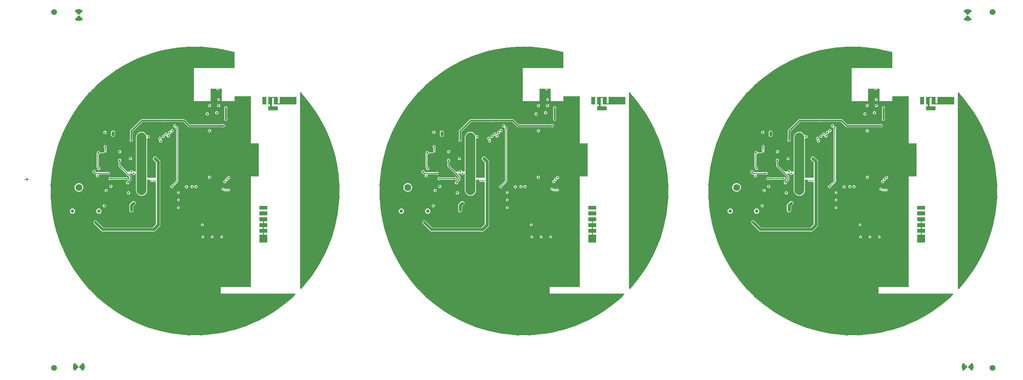
<source format=gbl>
G04*
G04 #@! TF.GenerationSoftware,Altium Limited,Altium Designer,19.1.7 (138)*
G04*
G04 Layer_Physical_Order=4*
G04 Layer_Color=16711680*
%FSLAX24Y24*%
%MOIN*%
G70*
G01*
G75*
%ADD10C,0.0070*%
%ADD65C,0.0100*%
%ADD66C,0.0080*%
%ADD67C,0.0150*%
%ADD68C,0.0250*%
%ADD71C,0.0300*%
%ADD79C,0.0591*%
%ADD80C,0.0050*%
%ADD81C,0.0701*%
%ADD82C,0.0354*%
%ADD83C,0.0197*%
%ADD84C,0.0138*%
%ADD85C,0.1000*%
%ADD86R,0.0440X0.3341*%
%ADD87R,0.0208X0.0300*%
G36*
X94389Y34101D02*
X94498Y34056D01*
X94596Y33990D01*
X94638Y33948D01*
X94214Y33524D01*
X94638Y33100D01*
X94596Y33058D01*
X94498Y32992D01*
X94389Y32947D01*
X94273Y32924D01*
X94155D01*
X94039Y32947D01*
X93930Y32992D01*
X93832Y33058D01*
X93790Y33100D01*
X93790Y33100D01*
X94214Y33524D01*
X93790Y33948D01*
X93790D01*
X93832Y33990D01*
X93930Y34056D01*
X94039Y34101D01*
X94155Y34124D01*
X94273D01*
X94389Y34101D01*
D02*
G37*
G36*
X3936D02*
X4045Y34056D01*
X4143Y33990D01*
X4185Y33948D01*
X3761Y33524D01*
X4185Y33100D01*
Y33100D01*
X4143Y33058D01*
X4045Y32992D01*
X3936Y32947D01*
X3820Y32924D01*
X3702D01*
X3586Y32947D01*
X3477Y32992D01*
X3378Y33058D01*
X3337Y33100D01*
X3761Y33524D01*
X3337Y33948D01*
X3378Y33990D01*
X3477Y34056D01*
X3586Y34101D01*
X3702Y34124D01*
X3820D01*
X3936Y34101D01*
D02*
G37*
G36*
X83149Y30316D02*
X83158Y30315D01*
X83164Y30309D01*
X83265Y30283D01*
X83273Y30284D01*
X83281Y30280D01*
X83331Y30280D01*
X83640Y30260D01*
X84261Y30200D01*
X84878Y30113D01*
X85491Y30000D01*
X86098Y29861D01*
X86548Y29738D01*
Y28119D01*
X83663Y28119D01*
X83614Y28119D01*
X83613Y28119D01*
X83565Y28114D01*
X82415D01*
Y24768D01*
X84093D01*
Y26007D01*
X84683D01*
X84695Y25992D01*
X84705Y25942D01*
X84734Y25899D01*
X84776Y25871D01*
X84826Y25861D01*
X84876Y25871D01*
X84918Y25899D01*
X84946Y25942D01*
X84956Y25992D01*
X84969Y26007D01*
X85243D01*
Y24768D01*
X86548D01*
Y25259D01*
X88210D01*
Y20456D01*
X88998D01*
Y17074D01*
X88210D01*
Y5860D01*
X88210Y5835D01*
Y5810D01*
X86911Y5810D01*
Y5810D01*
X85148D01*
Y5154D01*
X88160Y5154D01*
X88210Y5154D01*
X88260Y5154D01*
X92697D01*
X92697Y5154D01*
X92706Y5111D01*
X92730Y5075D01*
X92732Y5061D01*
X92717Y5046D01*
X92695Y4991D01*
X92676Y4972D01*
X92674Y4972D01*
X92619Y4949D01*
X92577Y4907D01*
X92555Y4852D01*
X92555Y4793D01*
X92547Y4776D01*
X92482Y4758D01*
X92476Y4753D01*
X92467Y4752D01*
X92378Y4700D01*
X92373Y4693D01*
X92365Y4690D01*
X92330Y4655D01*
X92097Y4451D01*
X91615Y4055D01*
X91117Y3680D01*
X90604Y3326D01*
X90077Y2994D01*
X89535Y2685D01*
X88981Y2400D01*
X88416Y2138D01*
X87840Y1900D01*
X87254Y1687D01*
X86660Y1499D01*
X86059Y1336D01*
X85451Y1199D01*
X84837Y1088D01*
X84220Y1003D01*
X83599Y944D01*
X83295Y925D01*
X83292Y926D01*
X83289Y925D01*
X83285Y926D01*
X83285Y926D01*
X83285Y926D01*
X83236Y921D01*
X83229Y917D01*
X83221Y917D01*
X83129Y883D01*
X83123Y877D01*
X83114Y876D01*
X83100Y866D01*
X83068Y874D01*
X83023Y913D01*
X82967Y932D01*
X82908Y928D01*
X82855Y902D01*
X82826Y900D01*
X82813Y912D01*
X82758Y932D01*
X82698Y929D01*
X82645Y904D01*
X82612Y902D01*
X82603Y910D01*
X82548Y931D01*
X82489Y930D01*
X82435Y905D01*
X82435Y905D01*
X82385Y904D01*
X82379Y909D01*
X82324Y931D01*
X82265Y930D01*
X82211Y907D01*
X82184Y907D01*
X82183Y908D01*
X82128Y931D01*
X82068Y930D01*
X82014Y908D01*
X81972Y865D01*
X81955Y859D01*
X81896Y893D01*
X81887Y894D01*
X81881Y899D01*
X81781Y926D01*
X81772Y925D01*
X81764Y928D01*
X81715D01*
X81406Y948D01*
X80785Y1009D01*
X80168Y1096D01*
X79555Y1209D01*
X78948Y1347D01*
X78347Y1512D01*
X77753Y1701D01*
X77168Y1916D01*
X76592Y2155D01*
X76028Y2419D01*
X75474Y2706D01*
X74934Y3016D01*
X74407Y3349D01*
X73895Y3704D01*
X73398Y4080D01*
X72918Y4477D01*
X72684Y4684D01*
X72683Y4684D01*
X72682Y4686D01*
X72644Y4717D01*
X72636Y4719D01*
X72630Y4725D01*
X72541Y4766D01*
X72533Y4766D01*
X72526Y4771D01*
X72509Y4774D01*
X72492Y4803D01*
X72488Y4862D01*
X72462Y4915D01*
X72418Y4955D01*
X72361Y4974D01*
X72340Y4993D01*
X72339Y5010D01*
X72314Y5063D01*
X72270Y5103D01*
X72214Y5123D01*
X72190Y5145D01*
X72190Y5157D01*
X72165Y5211D01*
X72122Y5252D01*
X72067Y5273D01*
X72066Y5273D01*
X72030Y5307D01*
X72030Y5315D01*
X72007Y5369D01*
X71964Y5410D01*
X71909Y5432D01*
X71891Y5451D01*
X71891Y5453D01*
X71868Y5508D01*
X71825Y5550D01*
X71771Y5572D01*
X71711Y5572D01*
X71694Y5580D01*
X71677Y5645D01*
X71671Y5652D01*
X71670Y5660D01*
X71619Y5749D01*
X71612Y5755D01*
X71609Y5762D01*
X71574Y5797D01*
X71369Y6030D01*
X70973Y6512D01*
X70598Y7010D01*
X70245Y7523D01*
X69913Y8051D01*
X69604Y8592D01*
X69318Y9146D01*
X69057Y9711D01*
X68819Y10287D01*
X68606Y10873D01*
X68418Y11467D01*
X68255Y12069D01*
X68118Y12677D01*
X68007Y13290D01*
X67922Y13907D01*
X67863Y14528D01*
X67844Y14832D01*
X67845Y14835D01*
X67843Y14839D01*
X67844Y14842D01*
X67839Y14892D01*
X67835Y14899D01*
X67835Y14907D01*
X67800Y15001D01*
X67795Y15007D01*
X67793Y15016D01*
X67785Y15027D01*
X67793Y15059D01*
X67832Y15104D01*
X67852Y15160D01*
X67848Y15219D01*
X67821Y15273D01*
X67820Y15301D01*
X67831Y15314D01*
X67851Y15370D01*
X67848Y15429D01*
X67823Y15483D01*
X67822Y15515D01*
X67830Y15524D01*
X67851Y15579D01*
X67849Y15638D01*
X67825Y15692D01*
X67824Y15693D01*
X67823Y15743D01*
X67828Y15748D01*
X67850Y15803D01*
X67849Y15862D01*
X67826Y15917D01*
X67826Y15943D01*
X67828Y15945D01*
X67850Y16000D01*
X67850Y16059D01*
X67827Y16114D01*
X67785Y16155D01*
X67779Y16173D01*
X67812Y16231D01*
X67813Y16240D01*
X67818Y16247D01*
X67845Y16346D01*
X67844Y16355D01*
X67847Y16363D01*
Y16412D01*
X67867Y16721D01*
X67928Y17342D01*
X68014Y17959D01*
X68127Y18572D01*
X68266Y19180D01*
X68430Y19781D01*
X68620Y20374D01*
X68834Y20959D01*
X69074Y21535D01*
X69337Y22100D01*
X69624Y22653D01*
X69935Y23193D01*
X70268Y23720D01*
X70622Y24232D01*
X70999Y24729D01*
X71396Y25209D01*
X71602Y25443D01*
X71603Y25444D01*
X71604Y25445D01*
X71604Y25445D01*
X71604Y25445D01*
X71635Y25484D01*
X71638Y25492D01*
X71644Y25497D01*
X71685Y25586D01*
X71685Y25595D01*
X71690Y25601D01*
X71693Y25618D01*
X71722Y25635D01*
X71781Y25639D01*
X71834Y25665D01*
X71873Y25710D01*
X71892Y25766D01*
X71912Y25787D01*
X71928Y25788D01*
X71982Y25813D01*
X72022Y25857D01*
X72042Y25913D01*
X72064Y25937D01*
X72076Y25937D01*
X72130Y25962D01*
X72170Y26005D01*
X72191Y26060D01*
X72191Y26061D01*
X72226Y26097D01*
X72233Y26097D01*
X72288Y26120D01*
X72329Y26163D01*
X72351Y26218D01*
X72369Y26237D01*
X72372Y26237D01*
X72427Y26260D01*
X72468Y26302D01*
X72491Y26357D01*
X72491Y26416D01*
X72499Y26433D01*
X72563Y26450D01*
X72570Y26456D01*
X72579Y26457D01*
X72668Y26509D01*
X72673Y26515D01*
X72681Y26519D01*
X72718Y26555D01*
X72718Y26555D01*
X72718Y26556D01*
X72720Y26558D01*
X72721Y26558D01*
X72721Y26558D01*
X72948Y26758D01*
X73430Y27154D01*
X73927Y27529D01*
X74441Y27883D01*
X74968Y28214D01*
X75509Y28523D01*
X76063Y28809D01*
X76629Y29071D01*
X77205Y29308D01*
X77790Y29521D01*
X78385Y29709D01*
X78986Y29872D01*
X79594Y30009D01*
X80207Y30120D01*
X80825Y30206D01*
X81445Y30264D01*
X81755Y30284D01*
X81759Y30283D01*
X81759Y30283D01*
X81759Y30283D01*
X81808Y30288D01*
X81816Y30292D01*
X81824Y30291D01*
X81916Y30325D01*
X81922Y30331D01*
X81931Y30332D01*
X81945Y30342D01*
X81978Y30334D01*
X82023Y30295D01*
X82079Y30276D01*
X82138Y30280D01*
X82191Y30306D01*
X82220Y30307D01*
X82233Y30296D01*
X82288Y30276D01*
X82348Y30279D01*
X82401Y30304D01*
X82434Y30305D01*
X82442Y30297D01*
X82498Y30276D01*
X82557Y30278D01*
X82611Y30303D01*
X82611Y30303D01*
X82661Y30304D01*
X82666Y30299D01*
X82721Y30277D01*
X82781Y30278D01*
X82835Y30301D01*
X82862Y30301D01*
X82863Y30300D01*
X82918Y30277D01*
X82977Y30277D01*
X83032Y30300D01*
X83074Y30342D01*
X83092Y30349D01*
X83149Y30316D01*
D02*
G37*
G36*
X49684D02*
X49693Y30315D01*
X49700Y30309D01*
X49800Y30283D01*
X49809Y30284D01*
X49816Y30280D01*
X49866Y30280D01*
X50175Y30260D01*
X50796Y30200D01*
X51413Y30113D01*
X52026Y30000D01*
X52634Y29861D01*
X53084Y29738D01*
Y28119D01*
X50198Y28119D01*
X50149Y28119D01*
X50148Y28119D01*
X50100Y28114D01*
X48950D01*
Y24768D01*
X50628D01*
Y26007D01*
X51218D01*
X51231Y25992D01*
X51241Y25942D01*
X51269Y25899D01*
X51311Y25871D01*
X51361Y25861D01*
X51411Y25871D01*
X51454Y25899D01*
X51482Y25942D01*
X51492Y25992D01*
X51504Y26007D01*
X51778D01*
Y24768D01*
X53084D01*
Y25259D01*
X54746D01*
Y20456D01*
X55533D01*
Y17074D01*
X54746D01*
Y5860D01*
X54746Y5835D01*
Y5810D01*
X53447Y5810D01*
Y5810D01*
X51684D01*
Y5154D01*
X54696Y5154D01*
X54746Y5154D01*
X54796Y5154D01*
X59233D01*
X59233Y5154D01*
X59241Y5111D01*
X59265Y5075D01*
X59267Y5061D01*
X59252Y5046D01*
X59230Y4991D01*
X59212Y4972D01*
X59209Y4972D01*
X59155Y4949D01*
X59113Y4907D01*
X59090Y4852D01*
X59091Y4793D01*
X59082Y4776D01*
X59018Y4758D01*
X59011Y4753D01*
X59003Y4752D01*
X58913Y4700D01*
X58908Y4693D01*
X58900Y4690D01*
X58865Y4655D01*
X58632Y4451D01*
X58151Y4055D01*
X57653Y3680D01*
X57140Y3326D01*
X56612Y2994D01*
X56071Y2685D01*
X55517Y2400D01*
X54951Y2138D01*
X54375Y1900D01*
X53790Y1687D01*
X53196Y1499D01*
X52594Y1336D01*
X51986Y1199D01*
X51373Y1088D01*
X50756Y1003D01*
X50135Y944D01*
X49830Y925D01*
X49827Y926D01*
X49824Y925D01*
X49821Y926D01*
X49821Y926D01*
X49821Y926D01*
X49772Y921D01*
X49765Y917D01*
X49756Y917D01*
X49664Y883D01*
X49658Y877D01*
X49650Y876D01*
X49635Y866D01*
X49603Y874D01*
X49559Y913D01*
X49502Y932D01*
X49443Y928D01*
X49390Y902D01*
X49361Y900D01*
X49349Y912D01*
X49293Y932D01*
X49234Y929D01*
X49180Y904D01*
X49147Y902D01*
X49139Y910D01*
X49083Y931D01*
X49024Y930D01*
X48970Y905D01*
X48970Y905D01*
X48920Y904D01*
X48915Y909D01*
X48860Y931D01*
X48800Y930D01*
X48746Y907D01*
X48720Y907D01*
X48718Y908D01*
X48663Y931D01*
X48604Y930D01*
X48549Y908D01*
X48507Y865D01*
X48490Y859D01*
X48431Y893D01*
X48423Y894D01*
X48416Y899D01*
X48316Y926D01*
X48308Y925D01*
X48300Y928D01*
X48250D01*
X47941Y948D01*
X47321Y1009D01*
X46704Y1096D01*
X46091Y1209D01*
X45483Y1347D01*
X44882Y1512D01*
X44288Y1701D01*
X43703Y1916D01*
X43128Y2155D01*
X42563Y2419D01*
X42010Y2706D01*
X41469Y3016D01*
X40943Y3349D01*
X40430Y3704D01*
X39934Y4080D01*
X39453Y4477D01*
X39219Y4684D01*
X39218Y4684D01*
X39217Y4686D01*
X39179Y4717D01*
X39171Y4719D01*
X39166Y4725D01*
X39076Y4766D01*
X39068Y4766D01*
X39061Y4771D01*
X39045Y4774D01*
X39028Y4803D01*
X39024Y4862D01*
X38998Y4915D01*
X38953Y4955D01*
X38897Y4974D01*
X38875Y4993D01*
X38874Y5010D01*
X38849Y5063D01*
X38805Y5103D01*
X38749Y5123D01*
X38725Y5145D01*
X38725Y5157D01*
X38701Y5211D01*
X38658Y5252D01*
X38602Y5273D01*
X38602Y5273D01*
X38566Y5307D01*
X38566Y5315D01*
X38542Y5369D01*
X38500Y5410D01*
X38445Y5432D01*
X38426Y5451D01*
X38426Y5453D01*
X38403Y5508D01*
X38361Y5550D01*
X38306Y5572D01*
X38247Y5572D01*
X38230Y5580D01*
X38212Y5645D01*
X38207Y5652D01*
X38206Y5660D01*
X38154Y5749D01*
X38147Y5755D01*
X38144Y5762D01*
X38109Y5797D01*
X37905Y6030D01*
X37509Y6512D01*
X37134Y7010D01*
X36780Y7523D01*
X36448Y8051D01*
X36140Y8592D01*
X35854Y9146D01*
X35592Y9711D01*
X35354Y10287D01*
X35141Y10873D01*
X34953Y11467D01*
X34790Y12069D01*
X34653Y12677D01*
X34542Y13290D01*
X34457Y13907D01*
X34398Y14528D01*
X34379Y14832D01*
X34380Y14835D01*
X34379Y14839D01*
X34380Y14842D01*
X34375Y14892D01*
X34371Y14899D01*
X34371Y14907D01*
X34336Y15001D01*
X34330Y15007D01*
X34328Y15016D01*
X34320Y15027D01*
X34329Y15059D01*
X34368Y15104D01*
X34387Y15160D01*
X34383Y15219D01*
X34357Y15273D01*
X34355Y15301D01*
X34367Y15314D01*
X34387Y15370D01*
X34384Y15429D01*
X34358Y15483D01*
X34357Y15515D01*
X34365Y15524D01*
X34386Y15579D01*
X34384Y15638D01*
X34360Y15692D01*
X34360Y15693D01*
X34359Y15743D01*
X34364Y15748D01*
X34386Y15803D01*
X34385Y15862D01*
X34362Y15917D01*
X34361Y15943D01*
X34363Y15945D01*
X34385Y16000D01*
X34385Y16059D01*
X34362Y16114D01*
X34320Y16155D01*
X34314Y16173D01*
X34347Y16231D01*
X34348Y16240D01*
X34354Y16247D01*
X34380Y16346D01*
X34379Y16355D01*
X34382Y16363D01*
Y16412D01*
X34403Y16721D01*
X34463Y17342D01*
X34550Y17959D01*
X34663Y18572D01*
X34801Y19180D01*
X34966Y19781D01*
X35155Y20374D01*
X35370Y20959D01*
X35609Y21535D01*
X35873Y22100D01*
X36160Y22653D01*
X36470Y23193D01*
X36803Y23720D01*
X37158Y24232D01*
X37534Y24729D01*
X37932Y25209D01*
X38138Y25443D01*
X38138Y25444D01*
X38140Y25445D01*
X38140Y25445D01*
X38140Y25445D01*
X38171Y25484D01*
X38173Y25492D01*
X38179Y25497D01*
X38220Y25586D01*
X38220Y25595D01*
X38225Y25601D01*
X38228Y25618D01*
X38257Y25635D01*
X38316Y25639D01*
X38370Y25665D01*
X38409Y25710D01*
X38428Y25766D01*
X38447Y25787D01*
X38464Y25788D01*
X38517Y25813D01*
X38557Y25857D01*
X38577Y25913D01*
X38600Y25937D01*
X38611Y25937D01*
X38665Y25962D01*
X38706Y26005D01*
X38727Y26060D01*
X38727Y26061D01*
X38761Y26097D01*
X38769Y26097D01*
X38823Y26120D01*
X38864Y26163D01*
X38886Y26218D01*
X38905Y26237D01*
X38907Y26237D01*
X38962Y26260D01*
X39004Y26302D01*
X39026Y26357D01*
X39026Y26416D01*
X39034Y26433D01*
X39099Y26450D01*
X39106Y26456D01*
X39114Y26457D01*
X39203Y26509D01*
X39209Y26515D01*
X39217Y26519D01*
X39253Y26555D01*
X39253Y26555D01*
X39253Y26556D01*
X39256Y26558D01*
X39256Y26558D01*
X39256Y26558D01*
X39483Y26758D01*
X39965Y27154D01*
X40463Y27529D01*
X40976Y27883D01*
X41504Y28214D01*
X42045Y28523D01*
X42599Y28809D01*
X43164Y29071D01*
X43740Y29308D01*
X44326Y29521D01*
X44920Y29709D01*
X45522Y29872D01*
X46130Y30009D01*
X46743Y30120D01*
X47360Y30206D01*
X47981Y30264D01*
X48291Y30284D01*
X48295Y30283D01*
X48295Y30283D01*
X48295Y30283D01*
X48344Y30288D01*
X48351Y30292D01*
X48359Y30291D01*
X48452Y30325D01*
X48458Y30331D01*
X48466Y30332D01*
X48481Y30342D01*
X48514Y30334D01*
X48558Y30295D01*
X48614Y30276D01*
X48673Y30280D01*
X48727Y30306D01*
X48755Y30307D01*
X48768Y30296D01*
X48824Y30276D01*
X48883Y30279D01*
X48937Y30304D01*
X48969Y30305D01*
X48978Y30297D01*
X49033Y30276D01*
X49093Y30278D01*
X49147Y30303D01*
X49147Y30303D01*
X49197Y30304D01*
X49202Y30299D01*
X49257Y30277D01*
X49316Y30278D01*
X49371Y30301D01*
X49397Y30301D01*
X49399Y30300D01*
X49454Y30277D01*
X49513Y30277D01*
X49568Y30300D01*
X49609Y30342D01*
X49627Y30349D01*
X49684Y30316D01*
D02*
G37*
G36*
X16220D02*
X16228Y30315D01*
X16235Y30309D01*
X16335Y30283D01*
X16344Y30284D01*
X16352Y30280D01*
X16402Y30280D01*
X16711Y30260D01*
X17331Y30200D01*
X17949Y30113D01*
X18561Y30000D01*
X19169Y29861D01*
X19619Y29738D01*
Y28119D01*
X16734Y28119D01*
X16685Y28119D01*
X16684Y28119D01*
X16636Y28114D01*
X15485D01*
Y24768D01*
X17164D01*
Y26007D01*
X17754D01*
X17766Y25992D01*
X17776Y25942D01*
X17805Y25899D01*
X17847Y25871D01*
X17897Y25861D01*
X17947Y25871D01*
X17989Y25899D01*
X18017Y25942D01*
X18027Y25992D01*
X18040Y26007D01*
X18314D01*
Y24768D01*
X19619D01*
Y25259D01*
X21281D01*
Y20456D01*
X22069D01*
Y17074D01*
X21281D01*
Y5860D01*
X21281Y5835D01*
Y5810D01*
X19982Y5810D01*
Y5810D01*
X18219D01*
Y5154D01*
X21231Y5154D01*
X21281Y5154D01*
X21331Y5154D01*
X25768D01*
X25768Y5154D01*
X25777Y5111D01*
X25801Y5075D01*
X25802Y5061D01*
X25788Y5046D01*
X25766Y4991D01*
X25747Y4972D01*
X25745Y4972D01*
X25690Y4949D01*
X25648Y4907D01*
X25626Y4852D01*
X25626Y4793D01*
X25618Y4776D01*
X25553Y4758D01*
X25547Y4753D01*
X25538Y4752D01*
X25449Y4700D01*
X25444Y4693D01*
X25436Y4690D01*
X25401Y4655D01*
X25168Y4451D01*
X24686Y4055D01*
X24188Y3680D01*
X23675Y3326D01*
X23147Y2994D01*
X22606Y2685D01*
X22052Y2400D01*
X21487Y2138D01*
X20911Y1900D01*
X20325Y1687D01*
X19731Y1499D01*
X19129Y1336D01*
X18522Y1199D01*
X17908Y1088D01*
X17291Y1003D01*
X16670Y944D01*
X16366Y925D01*
X16363Y926D01*
X16359Y925D01*
X16356Y926D01*
X16356Y926D01*
X16356Y926D01*
X16307Y921D01*
X16300Y917D01*
X16292Y917D01*
X16199Y883D01*
X16193Y877D01*
X16185Y876D01*
X16171Y866D01*
X16139Y874D01*
X16094Y913D01*
X16038Y932D01*
X15979Y928D01*
X15926Y902D01*
X15897Y900D01*
X15884Y912D01*
X15828Y932D01*
X15769Y929D01*
X15716Y904D01*
X15683Y902D01*
X15674Y910D01*
X15619Y931D01*
X15560Y930D01*
X15506Y905D01*
X15505Y905D01*
X15455Y904D01*
X15450Y909D01*
X15395Y931D01*
X15336Y930D01*
X15281Y907D01*
X15255Y907D01*
X15253Y908D01*
X15199Y931D01*
X15139Y930D01*
X15085Y908D01*
X15043Y865D01*
X15025Y859D01*
X14967Y893D01*
X14958Y894D01*
X14951Y899D01*
X14852Y926D01*
X14843Y925D01*
X14835Y928D01*
X14786D01*
X14477Y948D01*
X13856Y1009D01*
X13239Y1096D01*
X12626Y1209D01*
X12019Y1347D01*
X11417Y1512D01*
X10824Y1701D01*
X10239Y1916D01*
X9663Y2155D01*
X9098Y2419D01*
X8545Y2706D01*
X8005Y3016D01*
X7478Y3349D01*
X6966Y3704D01*
X6469Y4080D01*
X5989Y4477D01*
X5755Y4684D01*
X5753Y4684D01*
X5753Y4686D01*
X5714Y4717D01*
X5707Y4719D01*
X5701Y4725D01*
X5612Y4766D01*
X5603Y4766D01*
X5597Y4771D01*
X5580Y4774D01*
X5563Y4803D01*
X5559Y4862D01*
X5533Y4915D01*
X5488Y4955D01*
X5432Y4974D01*
X5411Y4993D01*
X5410Y5010D01*
X5385Y5063D01*
X5341Y5103D01*
X5285Y5123D01*
X5261Y5145D01*
X5261Y5157D01*
X5236Y5211D01*
X5193Y5252D01*
X5138Y5273D01*
X5137Y5273D01*
X5101Y5307D01*
X5101Y5315D01*
X5078Y5369D01*
X5035Y5410D01*
X4980Y5432D01*
X4961Y5451D01*
X4961Y5453D01*
X4938Y5508D01*
X4896Y5550D01*
X4841Y5572D01*
X4782Y5572D01*
X4765Y5580D01*
X4748Y5645D01*
X4742Y5652D01*
X4741Y5660D01*
X4690Y5749D01*
X4683Y5755D01*
X4679Y5762D01*
X4644Y5797D01*
X4440Y6030D01*
X4044Y6512D01*
X3669Y7010D01*
X3315Y7523D01*
X2984Y8051D01*
X2675Y8592D01*
X2389Y9146D01*
X2127Y9711D01*
X1890Y10287D01*
X1677Y10873D01*
X1489Y11467D01*
X1326Y12069D01*
X1189Y12677D01*
X1078Y13290D01*
X992Y13907D01*
X934Y14528D01*
X914Y14832D01*
X916Y14835D01*
X914Y14839D01*
X915Y14842D01*
X910Y14892D01*
X906Y14899D01*
X906Y14907D01*
X871Y15001D01*
X866Y15007D01*
X864Y15016D01*
X856Y15027D01*
X864Y15059D01*
X903Y15104D01*
X922Y15160D01*
X919Y15219D01*
X892Y15273D01*
X891Y15301D01*
X902Y15314D01*
X922Y15370D01*
X919Y15429D01*
X894Y15483D01*
X893Y15515D01*
X901Y15524D01*
X922Y15579D01*
X920Y15638D01*
X895Y15692D01*
X895Y15693D01*
X894Y15743D01*
X899Y15748D01*
X921Y15803D01*
X920Y15862D01*
X897Y15917D01*
X897Y15943D01*
X898Y15945D01*
X921Y16000D01*
X921Y16059D01*
X898Y16114D01*
X856Y16155D01*
X849Y16173D01*
X883Y16231D01*
X884Y16240D01*
X889Y16247D01*
X916Y16346D01*
X914Y16355D01*
X918Y16363D01*
Y16412D01*
X938Y16721D01*
X998Y17342D01*
X1085Y17959D01*
X1198Y18572D01*
X1337Y19180D01*
X1501Y19781D01*
X1691Y20374D01*
X1905Y20959D01*
X2145Y21535D01*
X2408Y22100D01*
X2695Y22653D01*
X3005Y23193D01*
X3338Y23720D01*
X3693Y24232D01*
X4070Y24729D01*
X4467Y25209D01*
X4673Y25443D01*
X4674Y25444D01*
X4675Y25445D01*
X4675Y25445D01*
X4675Y25445D01*
X4706Y25484D01*
X4708Y25492D01*
X4714Y25497D01*
X4756Y25586D01*
X4756Y25595D01*
X4760Y25601D01*
X4763Y25618D01*
X4793Y25635D01*
X4852Y25639D01*
X4905Y25665D01*
X4944Y25710D01*
X4963Y25766D01*
X4982Y25787D01*
X4999Y25788D01*
X5053Y25813D01*
X5093Y25857D01*
X5113Y25913D01*
X5135Y25937D01*
X5147Y25937D01*
X5201Y25962D01*
X5241Y26005D01*
X5262Y26060D01*
X5262Y26061D01*
X5297Y26097D01*
X5304Y26097D01*
X5359Y26120D01*
X5400Y26163D01*
X5422Y26218D01*
X5440Y26237D01*
X5443Y26237D01*
X5497Y26260D01*
X5539Y26302D01*
X5562Y26357D01*
X5561Y26416D01*
X5570Y26433D01*
X5634Y26450D01*
X5641Y26456D01*
X5650Y26457D01*
X5739Y26509D01*
X5744Y26515D01*
X5752Y26519D01*
X5788Y26555D01*
X5788Y26555D01*
X5789Y26556D01*
X5791Y26558D01*
X5792Y26558D01*
X5792Y26558D01*
X6019Y26758D01*
X6500Y27154D01*
X6998Y27529D01*
X7511Y27883D01*
X8039Y28214D01*
X8580Y28523D01*
X9134Y28809D01*
X9700Y29071D01*
X10276Y29308D01*
X10861Y29521D01*
X11455Y29709D01*
X12057Y29872D01*
X12665Y30009D01*
X13278Y30120D01*
X13896Y30206D01*
X14516Y30264D01*
X14826Y30284D01*
X14830Y30283D01*
X14830Y30283D01*
X14830Y30283D01*
X14879Y30288D01*
X14886Y30292D01*
X14895Y30291D01*
X14987Y30325D01*
X14993Y30331D01*
X15001Y30332D01*
X15016Y30342D01*
X15049Y30334D01*
X15094Y30295D01*
X15150Y30276D01*
X15209Y30280D01*
X15262Y30306D01*
X15291Y30307D01*
X15303Y30296D01*
X15359Y30276D01*
X15418Y30279D01*
X15472Y30304D01*
X15505Y30305D01*
X15513Y30297D01*
X15569Y30276D01*
X15628Y30278D01*
X15682Y30303D01*
X15682Y30303D01*
X15732Y30304D01*
X15737Y30299D01*
X15792Y30277D01*
X15852Y30278D01*
X15906Y30301D01*
X15932Y30301D01*
X15934Y30300D01*
X15989Y30277D01*
X16048Y30277D01*
X16103Y30300D01*
X16145Y30342D01*
X16163Y30349D01*
X16220Y30316D01*
D02*
G37*
G36*
X92836Y24413D02*
X90553D01*
Y25080D01*
X90356D01*
Y24413D01*
X89962D01*
Y25200D01*
X90947D01*
Y24531D01*
X91143D01*
Y25200D01*
X92836D01*
Y24413D01*
D02*
G37*
G36*
X59372D02*
X57088D01*
Y25080D01*
X56891D01*
Y24413D01*
X56498D01*
Y25200D01*
X57482D01*
Y24531D01*
X57679D01*
Y25200D01*
X59372D01*
Y24413D01*
D02*
G37*
G36*
X25907D02*
X23624D01*
Y25080D01*
X23427D01*
Y24413D01*
X23033D01*
Y25200D01*
X24017D01*
Y24531D01*
X24214D01*
Y25200D01*
X25907D01*
Y24413D01*
D02*
G37*
G36*
X89765D02*
X89372D01*
Y25200D01*
X89765D01*
Y24413D01*
D02*
G37*
G36*
X56301D02*
X55907D01*
Y25200D01*
X56301D01*
Y24413D01*
D02*
G37*
G36*
X22836D02*
X22443D01*
Y25200D01*
X22836D01*
Y24413D01*
D02*
G37*
G36*
X90947Y23822D02*
X89962D01*
Y24216D01*
X90947D01*
Y23822D01*
D02*
G37*
G36*
X57482D02*
X56498D01*
Y24216D01*
X57482D01*
Y23822D01*
D02*
G37*
G36*
X24017D02*
X23033D01*
Y24216D01*
X24017D01*
Y23822D01*
D02*
G37*
G36*
X89884Y13704D02*
X89076D01*
Y14098D01*
X89884D01*
Y13704D01*
D02*
G37*
G36*
X56419D02*
X55612D01*
Y14098D01*
X56419D01*
Y13704D01*
D02*
G37*
G36*
X22954D02*
X22147D01*
Y14098D01*
X22954D01*
Y13704D01*
D02*
G37*
G36*
X89884Y13113D02*
X89076D01*
Y13507D01*
X89884D01*
Y13113D01*
D02*
G37*
G36*
X56419D02*
X55612D01*
Y13507D01*
X56419D01*
Y13113D01*
D02*
G37*
G36*
X22954D02*
X22147D01*
Y13507D01*
X22954D01*
Y13113D01*
D02*
G37*
G36*
X89884Y12523D02*
X89549D01*
Y12326D01*
X89884D01*
Y11932D01*
X89549D01*
Y11735D01*
X89884D01*
Y11342D01*
X89549D01*
Y11145D01*
X89884D01*
Y10357D01*
X89076D01*
Y11145D01*
X89431D01*
Y11342D01*
X89076D01*
Y11735D01*
X89431D01*
Y11932D01*
X89076D01*
Y12326D01*
X89431D01*
Y12523D01*
X89076D01*
Y12916D01*
X89884D01*
Y12523D01*
D02*
G37*
G36*
X56419D02*
X56084D01*
Y12326D01*
X56419D01*
Y11932D01*
X56084D01*
Y11735D01*
X56419D01*
Y11342D01*
X56084D01*
Y11145D01*
X56419D01*
Y10357D01*
X55612D01*
Y11145D01*
X55966D01*
Y11342D01*
X55612D01*
Y11735D01*
X55966D01*
Y11932D01*
X55612D01*
Y12326D01*
X55966D01*
Y12523D01*
X55612D01*
Y12916D01*
X56419D01*
Y12523D01*
D02*
G37*
G36*
X22954D02*
X22620D01*
Y12326D01*
X22954D01*
Y11932D01*
X22620D01*
Y11735D01*
X22954D01*
Y11342D01*
X22620D01*
Y11145D01*
X22954D01*
Y10357D01*
X22147D01*
Y11145D01*
X22502D01*
Y11342D01*
X22147D01*
Y11735D01*
X22502D01*
Y11932D01*
X22147D01*
Y12326D01*
X22502D01*
Y12523D01*
X22147D01*
Y12916D01*
X22954D01*
Y12523D01*
D02*
G37*
G36*
X93275Y25636D02*
X93335Y25637D01*
X93352Y25628D01*
X93369Y25565D01*
X93374Y25558D01*
X93375Y25549D01*
X93427Y25459D01*
X93434Y25454D01*
X93437Y25446D01*
X93472Y25411D01*
X93677Y25178D01*
X94073Y24696D01*
X94448Y24199D01*
X94801Y23686D01*
X95133Y23158D01*
X95442Y22617D01*
X95727Y22063D01*
X95989Y21497D01*
X96227Y20921D01*
X96440Y20336D01*
X96628Y19741D01*
X96791Y19140D01*
X96928Y18532D01*
X97039Y17919D01*
X97124Y17301D01*
X97183Y16681D01*
X97203Y16371D01*
X97201Y16367D01*
X97201Y16367D01*
X97201Y16367D01*
X97207Y16318D01*
X97211Y16310D01*
X97210Y16302D01*
X97244Y16210D01*
X97250Y16204D01*
X97251Y16196D01*
X97261Y16182D01*
X97252Y16149D01*
X97213Y16105D01*
X97194Y16048D01*
X97198Y15989D01*
X97224Y15936D01*
X97226Y15907D01*
X97215Y15895D01*
X97195Y15839D01*
X97198Y15780D01*
X97223Y15726D01*
X97224Y15693D01*
X97216Y15685D01*
X97195Y15629D01*
X97197Y15570D01*
X97221Y15516D01*
X97221Y15516D01*
X97223Y15466D01*
X97218Y15461D01*
X97196Y15406D01*
X97196Y15346D01*
X97220Y15292D01*
X97220Y15266D01*
X97218Y15264D01*
X97196Y15209D01*
X97196Y15150D01*
X97219Y15095D01*
X97261Y15053D01*
X97267Y15035D01*
X97234Y14978D01*
X97233Y14970D01*
X97228Y14963D01*
X97201Y14863D01*
X97202Y14854D01*
X97199Y14846D01*
Y14796D01*
X97179Y14487D01*
X97118Y13867D01*
X97031Y13249D01*
X96919Y12637D01*
X96780Y12029D01*
X96616Y11428D01*
X96426Y10834D01*
X96211Y10249D01*
X95972Y9674D01*
X95709Y9109D01*
X95422Y8556D01*
X95111Y8015D01*
X94778Y7489D01*
X94423Y6976D01*
X94047Y6480D01*
X93650Y5999D01*
X93443Y5765D01*
X93443Y5764D01*
X93442Y5763D01*
X93411Y5725D01*
X93408Y5717D01*
X93402Y5711D01*
X93362Y5625D01*
X93348Y5621D01*
X93316Y5617D01*
X93309Y5619D01*
X93295Y5640D01*
X93259Y5664D01*
X93217Y5673D01*
Y25606D01*
X93267Y25640D01*
X93275Y25636D01*
D02*
G37*
G36*
X59811D02*
X59870Y25637D01*
X59887Y25628D01*
X59904Y25565D01*
X59909Y25558D01*
X59911Y25549D01*
X59962Y25459D01*
X59969Y25454D01*
X59973Y25446D01*
X60008Y25411D01*
X60212Y25178D01*
X60608Y24696D01*
X60983Y24199D01*
X61337Y23686D01*
X61668Y23158D01*
X61977Y22617D01*
X62263Y22063D01*
X62525Y21497D01*
X62762Y20921D01*
X62976Y20336D01*
X63164Y19741D01*
X63326Y19140D01*
X63463Y18532D01*
X63575Y17919D01*
X63660Y17301D01*
X63719Y16681D01*
X63738Y16371D01*
X63737Y16367D01*
X63737Y16367D01*
X63737Y16367D01*
X63742Y16318D01*
X63746Y16310D01*
X63746Y16302D01*
X63780Y16210D01*
X63785Y16204D01*
X63787Y16196D01*
X63796Y16182D01*
X63788Y16149D01*
X63749Y16105D01*
X63730Y16048D01*
X63734Y15989D01*
X63760Y15936D01*
X63761Y15907D01*
X63750Y15895D01*
X63730Y15839D01*
X63733Y15780D01*
X63758Y15726D01*
X63760Y15693D01*
X63752Y15685D01*
X63731Y15629D01*
X63732Y15570D01*
X63757Y15516D01*
X63757Y15516D01*
X63758Y15466D01*
X63753Y15461D01*
X63731Y15406D01*
X63732Y15346D01*
X63755Y15292D01*
X63755Y15266D01*
X63754Y15264D01*
X63731Y15209D01*
X63731Y15150D01*
X63754Y15095D01*
X63797Y15053D01*
X63803Y15035D01*
X63770Y14978D01*
X63769Y14970D01*
X63763Y14963D01*
X63737Y14863D01*
X63738Y14854D01*
X63734Y14846D01*
Y14796D01*
X63714Y14487D01*
X63654Y13867D01*
X63567Y13249D01*
X63454Y12637D01*
X63315Y12029D01*
X63151Y11428D01*
X62961Y10834D01*
X62747Y10249D01*
X62508Y9674D01*
X62244Y9109D01*
X61957Y8556D01*
X61647Y8015D01*
X61314Y7489D01*
X60959Y6976D01*
X60582Y6480D01*
X60185Y5999D01*
X59979Y5765D01*
X59978Y5764D01*
X59977Y5763D01*
X59946Y5725D01*
X59944Y5717D01*
X59938Y5711D01*
X59898Y5625D01*
X59884Y5621D01*
X59852Y5617D01*
X59845Y5619D01*
X59831Y5640D01*
X59795Y5664D01*
X59752Y5673D01*
Y25606D01*
X59802Y25640D01*
X59811Y25636D01*
D02*
G37*
G36*
X26346D02*
X26405Y25637D01*
X26423Y25628D01*
X26440Y25565D01*
X26445Y25558D01*
X26446Y25549D01*
X26498Y25459D01*
X26505Y25454D01*
X26508Y25446D01*
X26543Y25411D01*
X26747Y25178D01*
X27143Y24696D01*
X27519Y24199D01*
X27872Y23686D01*
X28204Y23158D01*
X28513Y22617D01*
X28798Y22063D01*
X29060Y21497D01*
X29298Y20921D01*
X29511Y20336D01*
X29699Y19741D01*
X29862Y19140D01*
X29999Y18532D01*
X30110Y17919D01*
X30195Y17301D01*
X30254Y16681D01*
X30274Y16371D01*
X30272Y16367D01*
X30272Y16367D01*
X30272Y16367D01*
X30277Y16318D01*
X30281Y16310D01*
X30281Y16302D01*
X30315Y16210D01*
X30321Y16204D01*
X30322Y16196D01*
X30332Y16182D01*
X30323Y16149D01*
X30284Y16105D01*
X30265Y16048D01*
X30269Y15989D01*
X30295Y15936D01*
X30297Y15907D01*
X30286Y15895D01*
X30266Y15839D01*
X30268Y15780D01*
X30294Y15726D01*
X30295Y15693D01*
X30287Y15685D01*
X30266Y15629D01*
X30268Y15570D01*
X30292Y15516D01*
X30292Y15516D01*
X30293Y15466D01*
X30288Y15461D01*
X30266Y15406D01*
X30267Y15346D01*
X30291Y15292D01*
X30291Y15266D01*
X30289Y15264D01*
X30267Y15209D01*
X30267Y15150D01*
X30290Y15095D01*
X30332Y15053D01*
X30338Y15035D01*
X30305Y14978D01*
X30304Y14970D01*
X30299Y14963D01*
X30272Y14863D01*
X30273Y14854D01*
X30270Y14846D01*
Y14796D01*
X30250Y14487D01*
X30189Y13867D01*
X30102Y13249D01*
X29990Y12637D01*
X29851Y12029D01*
X29687Y11428D01*
X29497Y10834D01*
X29282Y10249D01*
X29043Y9674D01*
X28780Y9109D01*
X28492Y8556D01*
X28182Y8015D01*
X27849Y7489D01*
X27494Y6976D01*
X27118Y6480D01*
X26721Y5999D01*
X26514Y5765D01*
X26514Y5764D01*
X26512Y5763D01*
X26481Y5725D01*
X26479Y5717D01*
X26473Y5711D01*
X26433Y5625D01*
X26419Y5621D01*
X26387Y5617D01*
X26380Y5619D01*
X26366Y5640D01*
X26330Y5664D01*
X26287Y5673D01*
Y25606D01*
X26337Y25640D01*
X26346Y25636D01*
D02*
G37*
G36*
X94680Y-1920D02*
X94746Y-2019D01*
X94791Y-2128D01*
X94814Y-2244D01*
Y-2362D01*
X94791Y-2478D01*
X94746Y-2587D01*
X94680Y-2685D01*
X94638Y-2727D01*
X94214Y-2303D01*
X94638Y-1878D01*
X94680Y-1920D01*
D02*
G37*
G36*
X94214Y-2303D02*
X93790Y-2727D01*
X93748Y-2685D01*
X93682Y-2587D01*
X93637Y-2478D01*
X93614Y-2362D01*
Y-2244D01*
X93637Y-2128D01*
X93682Y-2019D01*
X93748Y-1920D01*
X93790Y-1878D01*
X93790D01*
X94214Y-2303D01*
D02*
G37*
G36*
X4227Y-1920D02*
X4293Y-2019D01*
X4338Y-2128D01*
X4361Y-2244D01*
Y-2362D01*
X4338Y-2478D01*
X4293Y-2587D01*
X4227Y-2685D01*
X4185Y-2727D01*
X3761Y-2303D01*
X4185Y-1878D01*
X4227Y-1920D01*
D02*
G37*
G36*
X3761Y-2303D02*
X3337Y-2727D01*
X3295Y-2685D01*
X3229Y-2587D01*
X3184Y-2478D01*
X3161Y-2362D01*
Y-2244D01*
X3184Y-2128D01*
X3229Y-2019D01*
X3295Y-1920D01*
X3337Y-1878D01*
X3337D01*
X3761Y-2303D01*
D02*
G37*
%LPC*%
G36*
X84913Y25045D02*
X84863Y25035D01*
X84821Y25006D01*
X84792Y24964D01*
X84782Y24914D01*
X84792Y24864D01*
X84821Y24822D01*
X84863Y24794D01*
X84913Y24784D01*
X84963Y24794D01*
X85005Y24822D01*
X85033Y24864D01*
X85043Y24914D01*
X85033Y24964D01*
X85005Y25006D01*
X84963Y25035D01*
X84913Y25045D01*
D02*
G37*
G36*
X83986Y24474D02*
X83924Y24462D01*
X83872Y24427D01*
X83838Y24375D01*
X83825Y24314D01*
X83838Y24252D01*
X83872Y24200D01*
X83924Y24165D01*
X83986Y24153D01*
X84047Y24165D01*
X84099Y24200D01*
X84134Y24252D01*
X84146Y24314D01*
X84134Y24375D01*
X84099Y24427D01*
X84047Y24462D01*
X83986Y24474D01*
D02*
G37*
G36*
X84913Y24465D02*
X84851Y24453D01*
X84799Y24418D01*
X84765Y24366D01*
X84752Y24304D01*
X84765Y24243D01*
X84799Y24191D01*
X84851Y24156D01*
X84913Y24144D01*
X84974Y24156D01*
X85026Y24191D01*
X85061Y24243D01*
X85073Y24304D01*
X85061Y24366D01*
X85026Y24418D01*
X84974Y24453D01*
X84913Y24465D01*
D02*
G37*
G36*
X84734Y23720D02*
X84672Y23707D01*
X84620Y23673D01*
X84585Y23620D01*
X84573Y23559D01*
X84585Y23498D01*
X84620Y23445D01*
X84672Y23411D01*
X84734Y23398D01*
X84795Y23411D01*
X84847Y23445D01*
X84882Y23498D01*
X84894Y23559D01*
X84882Y23620D01*
X84847Y23673D01*
X84795Y23707D01*
X84734Y23720D01*
D02*
G37*
G36*
X83763Y23615D02*
X83701Y23603D01*
X83649Y23568D01*
X83615Y23516D01*
X83602Y23454D01*
X83615Y23393D01*
X83649Y23341D01*
X83701Y23306D01*
X83763Y23294D01*
X83824Y23306D01*
X83876Y23341D01*
X83911Y23393D01*
X83923Y23454D01*
X83911Y23516D01*
X83876Y23568D01*
X83824Y23603D01*
X83763Y23615D01*
D02*
G37*
G36*
X85641Y24230D02*
X85589Y24220D01*
X85545Y24190D01*
X85542Y24186D01*
X85529Y24178D01*
X85495Y24126D01*
X85482Y24064D01*
X85495Y24003D01*
X85505Y23988D01*
Y22978D01*
X85493Y22960D01*
X85481Y22899D01*
X85493Y22837D01*
X85528Y22785D01*
X85580Y22751D01*
X85641Y22738D01*
X85703Y22751D01*
X85755Y22785D01*
X85790Y22837D01*
X85802Y22899D01*
X85790Y22960D01*
X85778Y22978D01*
Y23983D01*
X85791Y24003D01*
X85803Y24064D01*
X85791Y24126D01*
X85756Y24178D01*
X85738Y24190D01*
X85738Y24190D01*
X85694Y24220D01*
X85641Y24230D01*
D02*
G37*
G36*
X79213Y22935D02*
X79151Y22923D01*
X79134Y22911D01*
X77103D01*
X77051Y22901D01*
X77006Y22871D01*
X75939Y21803D01*
X75909Y21759D01*
X75899Y21707D01*
Y20873D01*
X75887Y20856D01*
X75875Y20794D01*
X75887Y20733D01*
X75922Y20681D01*
X75974Y20646D01*
X76035Y20634D01*
X76097Y20646D01*
X76149Y20681D01*
X76184Y20733D01*
X76196Y20794D01*
X76184Y20856D01*
X76172Y20873D01*
Y21650D01*
X77160Y22638D01*
X79134D01*
X79151Y22626D01*
X79213Y22614D01*
X79274Y22626D01*
X79292Y22638D01*
X81326D01*
X81806Y22158D01*
X81851Y22128D01*
X81903Y22118D01*
X85324D01*
X85341Y22106D01*
X85403Y22094D01*
X85464Y22106D01*
X85516Y22141D01*
X85551Y22193D01*
X85563Y22254D01*
X85551Y22316D01*
X85516Y22368D01*
X85464Y22403D01*
X85403Y22415D01*
X85341Y22403D01*
X85324Y22391D01*
X81960D01*
X81480Y22871D01*
X81435Y22901D01*
X81383Y22911D01*
X79292D01*
X79274Y22923D01*
X79213Y22935D01*
D02*
G37*
G36*
X80193Y21915D02*
X80131Y21903D01*
X80079Y21868D01*
X80045Y21816D01*
X80032Y21754D01*
X80035Y21742D01*
X80025Y21729D01*
X79991Y21705D01*
X79943Y21715D01*
X79881Y21703D01*
X79829Y21668D01*
X79795Y21616D01*
X79782Y21554D01*
X79795Y21493D01*
X79829Y21441D01*
X79880Y21407D01*
X79857Y21364D01*
X79796Y21377D01*
X79776Y21373D01*
X79729Y21387D01*
X79723Y21409D01*
X79716Y21448D01*
X79681Y21501D01*
X79629Y21535D01*
X79567Y21548D01*
X79506Y21535D01*
X79454Y21501D01*
X79419Y21448D01*
X79407Y21387D01*
X79419Y21326D01*
X79425Y21316D01*
X79389Y21285D01*
X79337Y21320D01*
X79276Y21332D01*
X79214Y21320D01*
X79162Y21285D01*
X79127Y21233D01*
X79115Y21171D01*
X79127Y21110D01*
X79162Y21058D01*
X79214Y21023D01*
X79276Y21011D01*
X79337Y21023D01*
X79389Y21058D01*
X79424Y21110D01*
X79436Y21171D01*
X79424Y21233D01*
X79418Y21242D01*
X79454Y21273D01*
X79506Y21239D01*
X79567Y21226D01*
X79587Y21230D01*
X79634Y21216D01*
X79640Y21194D01*
X79648Y21155D01*
X79682Y21103D01*
X79734Y21068D01*
X79796Y21056D01*
X79857Y21068D01*
X79909Y21103D01*
X79944Y21155D01*
X79956Y21216D01*
X79944Y21278D01*
X79909Y21330D01*
X79859Y21363D01*
X79881Y21406D01*
X79943Y21394D01*
X80004Y21406D01*
X80056Y21441D01*
X80091Y21493D01*
X80103Y21554D01*
X80101Y21566D01*
X80111Y21579D01*
X80145Y21603D01*
X80193Y21594D01*
X80254Y21606D01*
X80306Y21641D01*
X80341Y21693D01*
X80353Y21754D01*
X80341Y21816D01*
X80306Y21868D01*
X80254Y21903D01*
X80193Y21915D01*
D02*
G37*
G36*
X83986Y21886D02*
X83924Y21874D01*
X83872Y21839D01*
X83838Y21787D01*
X83825Y21726D01*
X83838Y21664D01*
X83872Y21612D01*
X83924Y21577D01*
X83986Y21565D01*
X84047Y21577D01*
X84099Y21612D01*
X84134Y21664D01*
X84146Y21726D01*
X84134Y21787D01*
X84099Y21839D01*
X84047Y21874D01*
X83986Y21886D01*
D02*
G37*
G36*
X73349Y21725D02*
X73287Y21713D01*
X73235Y21678D01*
X73201Y21626D01*
X73188Y21564D01*
X73201Y21503D01*
X73235Y21451D01*
X73287Y21416D01*
X73349Y21404D01*
X73410Y21416D01*
X73462Y21451D01*
X73497Y21503D01*
X73509Y21564D01*
X73497Y21626D01*
X73462Y21678D01*
X73410Y21713D01*
X73349Y21725D01*
D02*
G37*
G36*
X74173Y21753D02*
X74091Y21736D01*
X74022Y21690D01*
X73976Y21621D01*
X73960Y21539D01*
Y21328D01*
X73976Y21246D01*
X74022Y21177D01*
X74091Y21131D01*
X74173Y21115D01*
X74254Y21131D01*
X74324Y21177D01*
X74370Y21246D01*
X74386Y21328D01*
Y21539D01*
X74370Y21621D01*
X74324Y21690D01*
X74254Y21736D01*
X74173Y21753D01*
D02*
G37*
G36*
X77086Y21632D02*
X76940Y21613D01*
X76804Y21556D01*
X76687Y21467D01*
X76598Y21350D01*
X76542Y21214D01*
X76522Y21068D01*
Y17581D01*
X76217Y17581D01*
X76213Y17585D01*
X76201Y17646D01*
X76166Y17698D01*
X76114Y17733D01*
X76053Y17745D01*
X75991Y17733D01*
X75939Y17698D01*
X75905Y17646D01*
X75892Y17585D01*
X75889Y17581D01*
X75595Y17581D01*
X75595Y17581D01*
Y17581D01*
X75558Y17609D01*
X74954Y18212D01*
Y18582D01*
X74957Y18588D01*
X74957Y18607D01*
X74958Y18612D01*
X74959Y18617D01*
X74960Y18620D01*
X74960Y18622D01*
X74960Y18623D01*
X74961Y18624D01*
X74962Y18625D01*
X74962Y18626D01*
X74962Y18628D01*
X74962Y18629D01*
X74963Y18630D01*
X74991Y18673D01*
X75003Y18734D01*
X74991Y18796D01*
X74956Y18848D01*
X74904Y18883D01*
X74843Y18895D01*
X74781Y18883D01*
X74729Y18848D01*
X74695Y18796D01*
X74682Y18734D01*
X74695Y18673D01*
X74723Y18630D01*
X74724Y18629D01*
X74724Y18628D01*
X74724Y18626D01*
X74724Y18625D01*
X74724Y18624D01*
X74725Y18623D01*
X74726Y18622D01*
X74726Y18620D01*
X74727Y18617D01*
X74728Y18613D01*
X74729Y18598D01*
X74729Y18589D01*
X74732Y18583D01*
Y18166D01*
X74732Y18166D01*
X74740Y18124D01*
X74764Y18087D01*
X75812Y17040D01*
Y16790D01*
X75652Y16631D01*
X75646Y16628D01*
X75639Y16621D01*
X75621Y16604D01*
X75613Y16598D01*
X75611Y16596D01*
X75610Y16596D01*
X75609Y16595D01*
X75609Y16595D01*
X75608Y16595D01*
X75607Y16593D01*
X75607Y16593D01*
X75605Y16593D01*
X75553Y16558D01*
X75518Y16506D01*
X75506Y16444D01*
X75518Y16383D01*
X75553Y16331D01*
X75605Y16296D01*
X75667Y16284D01*
X75728Y16296D01*
X75780Y16331D01*
X75815Y16383D01*
X75827Y16444D01*
X75821Y16477D01*
X75821Y16478D01*
X75822Y16479D01*
X75823Y16481D01*
X75831Y16491D01*
X75836Y16497D01*
X75839Y16503D01*
X76002Y16666D01*
X76002Y16666D01*
X76026Y16702D01*
X76034Y16744D01*
X76034Y16744D01*
Y17086D01*
X76034Y17086D01*
X76026Y17129D01*
X76002Y17165D01*
X76002Y17165D01*
X75829Y17338D01*
X75848Y17384D01*
X76113D01*
X76125Y17328D01*
X76159Y17276D01*
X76211Y17241D01*
X76273Y17229D01*
X76334Y17241D01*
X76386Y17276D01*
X76421Y17328D01*
X76432Y17384D01*
X76522D01*
Y15678D01*
X76542Y15532D01*
X76598Y15396D01*
X76687Y15279D01*
X76804Y15190D01*
X76940Y15133D01*
X77086Y15114D01*
X77232Y15133D01*
X77368Y15190D01*
X77485Y15279D01*
X77575Y15396D01*
X77631Y15532D01*
X77650Y15678D01*
Y16763D01*
X77952D01*
X77979Y16713D01*
X77974Y16705D01*
X77964Y16655D01*
X77974Y16606D01*
X78002Y16563D01*
X78045Y16535D01*
X78095Y16525D01*
X78145Y16535D01*
X78187Y16563D01*
X78199D01*
X78242Y16535D01*
X78291Y16525D01*
X78341Y16535D01*
X78384Y16563D01*
X78396D01*
X78438Y16535D01*
X78488Y16525D01*
X78503Y16528D01*
X78553Y16489D01*
Y12226D01*
X78189Y11862D01*
X73191D01*
X72506Y12547D01*
X72445Y12588D01*
X72373Y12602D01*
X72301Y12588D01*
X72240Y12547D01*
X72200Y12486D01*
X72185Y12414D01*
X72200Y12342D01*
X72240Y12282D01*
X72980Y11542D01*
X73041Y11501D01*
X73113Y11487D01*
X78207D01*
X78221Y11477D01*
X78303Y11461D01*
X78384Y11477D01*
X78454Y11524D01*
X78917Y11987D01*
X78917Y11987D01*
X78963Y12056D01*
X78979Y12138D01*
Y18588D01*
X78979Y18588D01*
X78963Y18670D01*
X78917Y18739D01*
X78917Y18739D01*
X78599Y19057D01*
X78530Y19103D01*
X78448Y19119D01*
X78367Y19103D01*
X78298Y19057D01*
X78251Y18988D01*
X78235Y18906D01*
X78251Y18825D01*
X78298Y18756D01*
X78553Y18500D01*
Y16946D01*
X77650D01*
Y20965D01*
X77689Y20986D01*
X77700Y20986D01*
X77758Y20974D01*
X77820Y20987D01*
X77872Y21021D01*
X77907Y21074D01*
X77919Y21135D01*
X77907Y21196D01*
X77872Y21249D01*
X77820Y21283D01*
X77758Y21296D01*
X77697Y21283D01*
X77665Y21262D01*
X77606Y21274D01*
X77575Y21350D01*
X77485Y21467D01*
X77368Y21556D01*
X77232Y21613D01*
X77086Y21632D01*
D02*
G37*
G36*
X78943Y21115D02*
X78881Y21103D01*
X78829Y21068D01*
X78795Y21016D01*
X78782Y20954D01*
X78795Y20893D01*
X78829Y20841D01*
X78881Y20806D01*
X78892Y20781D01*
X78875Y20756D01*
X78862Y20694D01*
X78875Y20633D01*
X78909Y20581D01*
X78961Y20546D01*
X79023Y20534D01*
X79084Y20546D01*
X79136Y20581D01*
X79171Y20633D01*
X79183Y20694D01*
X79171Y20756D01*
X79136Y20808D01*
X79084Y20843D01*
X79074Y20867D01*
X79091Y20893D01*
X79103Y20954D01*
X79091Y21016D01*
X79056Y21068D01*
X79004Y21103D01*
X78943Y21115D01*
D02*
G37*
G36*
X73393Y20275D02*
X73331Y20263D01*
X73279Y20228D01*
X73245Y20176D01*
X73232Y20114D01*
X73245Y20053D01*
X73274Y20008D01*
X73277Y20000D01*
X73281Y19997D01*
X73282Y19995D01*
X73283Y19993D01*
X73285Y19991D01*
X73286Y19988D01*
X73287Y19985D01*
X73288Y19981D01*
X73288Y19977D01*
X73289Y19971D01*
X73289Y19963D01*
X73292Y19957D01*
Y19627D01*
X73300Y19588D01*
X73321Y19555D01*
X73354Y19533D01*
X73393Y19526D01*
X73432Y19533D01*
X73464Y19555D01*
X73486Y19588D01*
X73494Y19627D01*
Y19957D01*
X73497Y19963D01*
X73497Y19971D01*
X73498Y19977D01*
X73498Y19981D01*
X73499Y19985D01*
X73500Y19988D01*
X73501Y19991D01*
X73502Y19993D01*
X73504Y19995D01*
X73505Y19997D01*
X73509Y20000D01*
X73512Y20008D01*
X73541Y20053D01*
X73553Y20114D01*
X73541Y20176D01*
X73506Y20228D01*
X73454Y20263D01*
X73393Y20275D01*
D02*
G37*
G36*
X74853Y19755D02*
X74791Y19743D01*
X74739Y19708D01*
X74705Y19656D01*
X74692Y19594D01*
X74705Y19533D01*
X74739Y19481D01*
X74791Y19446D01*
X74853Y19434D01*
X74914Y19446D01*
X74966Y19481D01*
X75001Y19533D01*
X75013Y19594D01*
X75001Y19656D01*
X74966Y19708D01*
X74914Y19743D01*
X74853Y19755D01*
D02*
G37*
G36*
X75943Y19067D02*
X75881Y19055D01*
X75829Y19020D01*
X75795Y18968D01*
X75782Y18906D01*
X75795Y18845D01*
X75829Y18793D01*
X75881Y18758D01*
X75943Y18746D01*
X76004Y18758D01*
X76056Y18793D01*
X76091Y18845D01*
X76103Y18906D01*
X76091Y18968D01*
X76056Y19020D01*
X76004Y19055D01*
X75943Y19067D01*
D02*
G37*
G36*
X72693Y19675D02*
X72631Y19663D01*
X72579Y19628D01*
X72545Y19576D01*
X72532Y19514D01*
X72535Y19499D01*
X72531Y19496D01*
X72510Y19463D01*
X72502Y19424D01*
Y18044D01*
X72510Y18006D01*
X72531Y17973D01*
X72550Y17954D01*
X72553Y17947D01*
X72558Y17942D01*
X72562Y17938D01*
X72564Y17934D01*
X72566Y17931D01*
X72568Y17928D01*
X72569Y17925D01*
X72570Y17923D01*
X72570Y17920D01*
X72570Y17918D01*
X72571Y17913D01*
X72574Y17905D01*
X72585Y17853D01*
X72619Y17801D01*
X72671Y17766D01*
X72733Y17754D01*
X72794Y17766D01*
X72846Y17801D01*
X72881Y17853D01*
X72893Y17914D01*
X72881Y17976D01*
X72846Y18028D01*
X72794Y18063D01*
X72742Y18073D01*
X72734Y18077D01*
X72729Y18077D01*
X72727Y18077D01*
X72725Y18077D01*
X72722Y18078D01*
X72720Y18079D01*
X72717Y18081D01*
X72713Y18083D01*
X72709Y18086D01*
X72705Y18089D01*
X72704Y18090D01*
Y19356D01*
X72754Y19366D01*
X72806Y19401D01*
X72831Y19437D01*
X73260D01*
X73260Y19514D01*
X72853D01*
X72841Y19576D01*
X72806Y19628D01*
X72754Y19663D01*
X72693Y19675D01*
D02*
G37*
G36*
X72243Y17735D02*
X72181Y17723D01*
X72129Y17688D01*
X72095Y17636D01*
X72082Y17574D01*
X72095Y17513D01*
X72129Y17461D01*
X72181Y17426D01*
X72210Y17420D01*
X72214Y17418D01*
X72217Y17416D01*
X72217Y17415D01*
X72217Y17415D01*
X72218Y17415D01*
X72220Y17414D01*
X72220Y17414D01*
X72220Y17414D01*
X72221Y17414D01*
X72222Y17413D01*
X72224Y17411D01*
X72227Y17410D01*
X72244Y17395D01*
X72250Y17389D01*
X72257Y17386D01*
X72322Y17321D01*
X72358Y17297D01*
X72401Y17288D01*
X72449D01*
X72460Y17273D01*
X72471Y17238D01*
X72443Y17196D01*
X72431Y17134D01*
X72443Y17073D01*
X72478Y17021D01*
X72530Y16986D01*
X72591Y16974D01*
X72653Y16986D01*
X72705Y17021D01*
X72740Y17073D01*
X72752Y17134D01*
X72740Y17196D01*
X72711Y17238D01*
X72723Y17273D01*
X72733Y17288D01*
X73541D01*
X73547Y17286D01*
X73565Y17285D01*
X73571Y17284D01*
X73575Y17284D01*
X73579Y17283D01*
X73581Y17282D01*
X73582Y17282D01*
X73583Y17281D01*
X73584Y17281D01*
X73585Y17280D01*
X73587Y17280D01*
X73588Y17280D01*
X73588Y17280D01*
X73631Y17251D01*
X73693Y17239D01*
X73754Y17251D01*
X73806Y17286D01*
X73841Y17338D01*
X73853Y17399D01*
X73841Y17461D01*
X73806Y17513D01*
X73754Y17548D01*
X73693Y17560D01*
X73631Y17548D01*
X73588Y17519D01*
X73588Y17519D01*
X73587Y17519D01*
X73585Y17518D01*
X73584Y17518D01*
X73583Y17518D01*
X73582Y17517D01*
X73581Y17517D01*
X73579Y17516D01*
X73575Y17515D01*
X73571Y17515D01*
X73557Y17513D01*
X73548Y17513D01*
X73542Y17511D01*
X72447D01*
X72428Y17530D01*
X72427Y17534D01*
X72423Y17536D01*
X72422Y17539D01*
X72416Y17546D01*
X72411Y17551D01*
X72408Y17555D01*
X72405Y17559D01*
X72404Y17561D01*
X72404Y17562D01*
X72404Y17562D01*
X72403Y17563D01*
X72403Y17564D01*
X72402Y17565D01*
X72402Y17566D01*
X72402Y17566D01*
X72403Y17574D01*
X72391Y17636D01*
X72356Y17688D01*
X72304Y17723D01*
X72243Y17735D01*
D02*
G37*
G36*
X83993Y17151D02*
X83931Y17138D01*
X83879Y17104D01*
X83845Y17052D01*
X83832Y16990D01*
X83845Y16929D01*
X83879Y16877D01*
X83931Y16842D01*
X83993Y16830D01*
X84054Y16842D01*
X84106Y16877D01*
X84141Y16929D01*
X84153Y16990D01*
X84141Y17052D01*
X84106Y17104D01*
X84054Y17138D01*
X83993Y17151D01*
D02*
G37*
G36*
X85958Y17140D02*
X85897Y17127D01*
X85845Y17093D01*
X85810Y17040D01*
X85804Y17009D01*
X85761Y16966D01*
X85700Y16954D01*
X85648Y16919D01*
X85613Y16867D01*
X85601Y16806D01*
X85611Y16756D01*
X85588Y16724D01*
X85574Y16713D01*
X85563Y16715D01*
X85501Y16703D01*
X85449Y16668D01*
X85415Y16616D01*
X85402Y16554D01*
X85415Y16493D01*
X85449Y16441D01*
X85501Y16406D01*
X85563Y16394D01*
X85624Y16406D01*
X85676Y16441D01*
X85711Y16493D01*
X85723Y16554D01*
X85714Y16604D01*
X85736Y16636D01*
X85750Y16647D01*
X85761Y16645D01*
X85823Y16657D01*
X85875Y16692D01*
X85910Y16744D01*
X85916Y16776D01*
X85958Y16818D01*
X86020Y16831D01*
X86072Y16865D01*
X86107Y16918D01*
X86119Y16979D01*
X86107Y17040D01*
X86072Y17093D01*
X86020Y17127D01*
X85958Y17140D01*
D02*
G37*
G36*
X73893Y17035D02*
X73831Y17023D01*
X73779Y16988D01*
X73745Y16936D01*
X73732Y16874D01*
X73745Y16813D01*
X73779Y16761D01*
X73831Y16726D01*
X73893Y16714D01*
X73954Y16726D01*
X73997Y16755D01*
X73998Y16755D01*
X73999Y16755D01*
X74001Y16755D01*
X74002Y16756D01*
X74003Y16756D01*
X74004Y16757D01*
X74005Y16757D01*
X74007Y16758D01*
X74010Y16758D01*
X74015Y16759D01*
X74029Y16760D01*
X74038Y16760D01*
X74044Y16763D01*
X75362D01*
X75366Y16761D01*
X75369Y16761D01*
X75371Y16760D01*
X75389Y16760D01*
X75394Y16759D01*
X75398Y16758D01*
X75401Y16758D01*
X75402Y16757D01*
X75402Y16757D01*
X75403Y16757D01*
X75405Y16756D01*
X75406Y16756D01*
X75406Y16756D01*
X75406Y16756D01*
X75406Y16756D01*
X75409Y16751D01*
X75461Y16716D01*
X75523Y16704D01*
X75584Y16716D01*
X75636Y16751D01*
X75671Y16803D01*
X75683Y16864D01*
X75671Y16926D01*
X75636Y16978D01*
X75584Y17013D01*
X75523Y17025D01*
X75461Y17013D01*
X75435Y16995D01*
X75430Y16994D01*
X75427Y16993D01*
X75426Y16993D01*
X75426Y16993D01*
X75425Y16993D01*
X75423Y16992D01*
X75423Y16992D01*
X75423Y16992D01*
X75423Y16992D01*
X75422Y16991D01*
X75419Y16991D01*
X75416Y16990D01*
X75393Y16988D01*
X75385Y16988D01*
X75379Y16985D01*
X74045D01*
X74039Y16988D01*
X74021Y16989D01*
X74015Y16989D01*
X74010Y16990D01*
X74007Y16991D01*
X74005Y16992D01*
X74004Y16992D01*
X74003Y16993D01*
X74002Y16993D01*
X74001Y16993D01*
X73999Y16993D01*
X73998Y16994D01*
X73997Y16994D01*
X73954Y17023D01*
X73893Y17035D01*
D02*
G37*
G36*
X73953Y16232D02*
X73891Y16219D01*
X73839Y16185D01*
X73805Y16132D01*
X73792Y16071D01*
X73805Y16010D01*
X73839Y15957D01*
X73891Y15923D01*
X73953Y15910D01*
X74014Y15923D01*
X74066Y15957D01*
X74101Y16010D01*
X74113Y16071D01*
X74101Y16132D01*
X74066Y16185D01*
X74014Y16219D01*
X73953Y16232D01*
D02*
G37*
G36*
X80457Y22402D02*
X80395Y22390D01*
X80343Y22355D01*
X80308Y22303D01*
X80296Y22242D01*
X80308Y22180D01*
X80343Y22128D01*
X80395Y22093D01*
X80457Y22081D01*
X80502Y22090D01*
X80512Y22085D01*
X80537Y22059D01*
X80542Y22051D01*
X80532Y22004D01*
X80545Y21943D01*
X80574Y21898D01*
X80577Y21890D01*
X80581Y21887D01*
X80582Y21885D01*
X80583Y21883D01*
X80585Y21881D01*
X80586Y21878D01*
X80587Y21875D01*
X80588Y21871D01*
X80588Y21867D01*
X80589Y21861D01*
X80589Y21853D01*
X80592Y21847D01*
Y16624D01*
X80203Y16235D01*
X80196Y16232D01*
X80191Y16227D01*
X80187Y16224D01*
X80183Y16221D01*
X80179Y16219D01*
X80176Y16217D01*
X80174Y16216D01*
X80171Y16216D01*
X80169Y16215D01*
X80167Y16215D01*
X80162Y16215D01*
X80154Y16211D01*
X80102Y16201D01*
X80050Y16166D01*
X80015Y16114D01*
X80003Y16052D01*
X80015Y15991D01*
X80050Y15939D01*
X80102Y15904D01*
X80163Y15892D01*
X80225Y15904D01*
X80277Y15939D01*
X80311Y15991D01*
X80322Y16043D01*
X80325Y16051D01*
X80326Y16056D01*
X80326Y16058D01*
X80326Y16061D01*
X80327Y16063D01*
X80328Y16066D01*
X80330Y16069D01*
X80332Y16072D01*
X80334Y16076D01*
X80338Y16080D01*
X80343Y16085D01*
X80346Y16092D01*
X80764Y16511D01*
X80786Y16543D01*
X80794Y16582D01*
Y21847D01*
X80797Y21853D01*
X80797Y21861D01*
X80798Y21867D01*
X80798Y21871D01*
X80799Y21875D01*
X80800Y21878D01*
X80801Y21881D01*
X80802Y21883D01*
X80804Y21885D01*
X80805Y21887D01*
X80809Y21890D01*
X80812Y21898D01*
X80841Y21943D01*
X80853Y22004D01*
X80841Y22066D01*
X80806Y22118D01*
X80754Y22153D01*
X80693Y22165D01*
X80647Y22156D01*
X80637Y22162D01*
X80612Y22187D01*
X80608Y22195D01*
X80617Y22242D01*
X80605Y22303D01*
X80570Y22355D01*
X80518Y22390D01*
X80457Y22402D01*
D02*
G37*
G36*
X82623Y16195D02*
X82561Y16183D01*
X82509Y16148D01*
X82475Y16096D01*
X82462Y16034D01*
X82475Y15973D01*
X82509Y15921D01*
X82561Y15886D01*
X82623Y15874D01*
X82684Y15886D01*
X82736Y15921D01*
X82771Y15973D01*
X82783Y16034D01*
X82771Y16096D01*
X82736Y16148D01*
X82684Y16183D01*
X82623Y16195D01*
D02*
G37*
G36*
X82233D02*
X82171Y16183D01*
X82119Y16148D01*
X82085Y16096D01*
X82072Y16034D01*
X82085Y15973D01*
X82119Y15921D01*
X82171Y15886D01*
X82233Y15874D01*
X82294Y15886D01*
X82346Y15921D01*
X82381Y15973D01*
X82393Y16034D01*
X82381Y16096D01*
X82346Y16148D01*
X82294Y16183D01*
X82233Y16195D01*
D02*
G37*
G36*
X81643Y16185D02*
X81581Y16173D01*
X81529Y16138D01*
X81495Y16086D01*
X81482Y16024D01*
X81495Y15963D01*
X81529Y15911D01*
X81581Y15876D01*
X81643Y15864D01*
X81704Y15876D01*
X81756Y15911D01*
X81791Y15963D01*
X81803Y16024D01*
X81791Y16086D01*
X81756Y16138D01*
X81704Y16173D01*
X81643Y16185D01*
D02*
G37*
G36*
X85363Y15942D02*
X85313Y15932D01*
X85271Y15904D01*
X85242Y15861D01*
X85232Y15811D01*
X85242Y15761D01*
X85271Y15719D01*
X85313Y15691D01*
X85363Y15681D01*
X85387Y15686D01*
X85442Y15661D01*
X85471Y15619D01*
X85513Y15591D01*
X85563Y15581D01*
X85613Y15591D01*
X85624Y15598D01*
X85663Y15616D01*
X85702Y15598D01*
X85713Y15591D01*
X85763Y15581D01*
X85813Y15591D01*
X85824Y15598D01*
X85863Y15616D01*
X85902Y15598D01*
X85913Y15591D01*
X85963Y15581D01*
X86013Y15591D01*
X86055Y15619D01*
X86083Y15661D01*
X86093Y15711D01*
X86083Y15761D01*
X86055Y15804D01*
X86013Y15832D01*
X85963Y15842D01*
X85913Y15832D01*
X85902Y15824D01*
X85863Y15807D01*
X85824Y15824D01*
X85813Y15832D01*
X85763Y15842D01*
X85713Y15832D01*
X85702Y15824D01*
X85663Y15807D01*
X85624Y15824D01*
X85613Y15832D01*
X85563Y15842D01*
X85539Y15837D01*
X85483Y15861D01*
X85455Y15904D01*
X85413Y15932D01*
X85363Y15942D01*
D02*
G37*
G36*
X70703Y16408D02*
X70588Y16393D01*
X70481Y16349D01*
X70389Y16278D01*
X70318Y16186D01*
X70274Y16079D01*
X70259Y15964D01*
X70274Y15849D01*
X70318Y15742D01*
X70389Y15650D01*
X70481Y15580D01*
X70588Y15535D01*
X70703Y15520D01*
X70818Y15535D01*
X70925Y15580D01*
X71017Y15650D01*
X71088Y15742D01*
X71132Y15849D01*
X71147Y15964D01*
X71132Y16079D01*
X71088Y16186D01*
X71017Y16278D01*
X70925Y16349D01*
X70818Y16393D01*
X70703Y16408D01*
D02*
G37*
G36*
X73493Y15795D02*
X73431Y15783D01*
X73379Y15748D01*
X73345Y15696D01*
X73332Y15634D01*
X73345Y15573D01*
X73379Y15521D01*
X73431Y15486D01*
X73493Y15474D01*
X73554Y15486D01*
X73606Y15521D01*
X73641Y15573D01*
X73653Y15634D01*
X73641Y15696D01*
X73606Y15748D01*
X73554Y15783D01*
X73493Y15795D01*
D02*
G37*
G36*
X80833Y15575D02*
X80783Y15565D01*
X80741Y15537D01*
X80712Y15494D01*
X80702Y15444D01*
X80712Y15394D01*
X80741Y15352D01*
X80783Y15324D01*
X80833Y15314D01*
X80883Y15324D01*
X80925Y15352D01*
X80953Y15394D01*
X80963Y15444D01*
X80953Y15494D01*
X80925Y15537D01*
X80883Y15565D01*
X80833Y15575D01*
D02*
G37*
G36*
X75748Y15570D02*
X75687Y15558D01*
X75635Y15523D01*
X75600Y15471D01*
X75588Y15410D01*
X75600Y15348D01*
X75635Y15296D01*
X75687Y15261D01*
X75748Y15249D01*
X75810Y15261D01*
X75862Y15296D01*
X75897Y15348D01*
X75909Y15410D01*
X75897Y15471D01*
X75862Y15523D01*
X75810Y15558D01*
X75748Y15570D01*
D02*
G37*
G36*
X80833Y14825D02*
X80783Y14815D01*
X80741Y14786D01*
X80712Y14744D01*
X80702Y14694D01*
X80712Y14644D01*
X80741Y14602D01*
X80783Y14574D01*
X80833Y14564D01*
X80883Y14574D01*
X80925Y14602D01*
X80953Y14644D01*
X80963Y14694D01*
X80953Y14744D01*
X80925Y14786D01*
X80883Y14815D01*
X80833Y14825D01*
D02*
G37*
G36*
X73289Y14267D02*
X73227Y14255D01*
X73175Y14220D01*
X73140Y14168D01*
X73128Y14107D01*
X73140Y14045D01*
X73175Y13993D01*
X73227Y13958D01*
X73289Y13946D01*
X73350Y13958D01*
X73402Y13993D01*
X73437Y14045D01*
X73449Y14107D01*
X73437Y14168D01*
X73402Y14220D01*
X73350Y14255D01*
X73289Y14267D01*
D02*
G37*
G36*
X80833Y14044D02*
X80783Y14034D01*
X80741Y14006D01*
X80712Y13964D01*
X80702Y13914D01*
X80712Y13864D01*
X80741Y13822D01*
X80783Y13793D01*
X80833Y13783D01*
X80883Y13793D01*
X80925Y13822D01*
X80953Y13864D01*
X80963Y13914D01*
X80953Y13964D01*
X80925Y14006D01*
X80883Y14034D01*
X80833Y14044D01*
D02*
G37*
G36*
X76263Y14579D02*
X76181Y14563D01*
X76112Y14517D01*
X75888Y14293D01*
X75842Y14224D01*
X75826Y14142D01*
X75826Y14142D01*
Y13642D01*
X75842Y13560D01*
X75888Y13491D01*
X75957Y13445D01*
X76039Y13429D01*
X76121Y13445D01*
X76190Y13491D01*
X76236Y13560D01*
X76252Y13642D01*
Y14054D01*
X76414Y14215D01*
X76460Y14284D01*
X76476Y14366D01*
X76460Y14448D01*
X76414Y14517D01*
X76345Y14563D01*
X76263Y14579D01*
D02*
G37*
G36*
X72727Y13825D02*
X72657Y13816D01*
X72593Y13789D01*
X72537Y13746D01*
X72494Y13690D01*
X72467Y13625D01*
X72458Y13555D01*
X72467Y13486D01*
X72494Y13421D01*
X72537Y13365D01*
X72593Y13322D01*
X72657Y13295D01*
X72727Y13286D01*
X72797Y13295D01*
X72862Y13322D01*
X72918Y13365D01*
X72961Y13421D01*
X72988Y13486D01*
X72997Y13555D01*
X72988Y13625D01*
X72961Y13690D01*
X72918Y13746D01*
X72862Y13789D01*
X72797Y13816D01*
X72727Y13825D01*
D02*
G37*
G36*
X70050D02*
X69980Y13816D01*
X69915Y13789D01*
X69860Y13746D01*
X69817Y13690D01*
X69790Y13625D01*
X69781Y13555D01*
X69790Y13486D01*
X69817Y13421D01*
X69860Y13365D01*
X69915Y13322D01*
X69980Y13295D01*
X70050Y13286D01*
X70120Y13295D01*
X70185Y13322D01*
X70241Y13365D01*
X70283Y13421D01*
X70310Y13486D01*
X70320Y13555D01*
X70310Y13625D01*
X70283Y13690D01*
X70241Y13746D01*
X70185Y13789D01*
X70120Y13816D01*
X70050Y13825D01*
D02*
G37*
G36*
X83272Y12303D02*
X83222Y12293D01*
X83180Y12265D01*
X83152Y12222D01*
X83142Y12172D01*
X83152Y12122D01*
X83180Y12080D01*
X83222Y12052D01*
X83272Y12042D01*
X83322Y12052D01*
X83365Y12080D01*
X83393Y12122D01*
X83403Y12172D01*
X83393Y12222D01*
X83365Y12265D01*
X83322Y12293D01*
X83272Y12303D01*
D02*
G37*
G36*
X85233Y11055D02*
X85183Y11045D01*
X85141Y11017D01*
X85112Y10974D01*
X85103Y10924D01*
X85112Y10874D01*
X85141Y10832D01*
X85183Y10804D01*
X85233Y10794D01*
X85283Y10804D01*
X85325Y10832D01*
X85354Y10874D01*
X85363Y10924D01*
X85354Y10974D01*
X85325Y11017D01*
X85283Y11045D01*
X85233Y11055D01*
D02*
G37*
G36*
X84272D02*
X84222Y11045D01*
X84180Y11017D01*
X84152Y10974D01*
X84142Y10924D01*
X84152Y10874D01*
X84180Y10832D01*
X84222Y10804D01*
X84272Y10794D01*
X84322Y10804D01*
X84365Y10832D01*
X84393Y10874D01*
X84403Y10924D01*
X84393Y10974D01*
X84365Y11017D01*
X84322Y11045D01*
X84272Y11055D01*
D02*
G37*
G36*
X83312D02*
X83262Y11045D01*
X83219Y11017D01*
X83191Y10974D01*
X83181Y10924D01*
X83191Y10874D01*
X83219Y10832D01*
X83262Y10804D01*
X83312Y10794D01*
X83362Y10804D01*
X83404Y10832D01*
X83432Y10874D01*
X83442Y10924D01*
X83432Y10974D01*
X83404Y11017D01*
X83362Y11045D01*
X83312Y11055D01*
D02*
G37*
%LPD*%
G36*
X74908Y18660D02*
X74905Y18655D01*
X74902Y18650D01*
X74900Y18643D01*
X74898Y18636D01*
X74896Y18629D01*
X74895Y18620D01*
X74894Y18611D01*
X74893Y18590D01*
X74793D01*
X74793Y18601D01*
X74791Y18620D01*
X74790Y18629D01*
X74788Y18636D01*
X74786Y18643D01*
X74784Y18650D01*
X74781Y18655D01*
X74778Y18660D01*
X74774Y18664D01*
X74912D01*
X74908Y18660D01*
D02*
G37*
G36*
X75790Y16541D02*
X75783Y16533D01*
X75771Y16518D01*
X75766Y16512D01*
X75763Y16505D01*
X75760Y16499D01*
X75759Y16493D01*
X75758Y16487D01*
X75758Y16481D01*
X75760Y16476D01*
X75637Y16538D01*
X75640Y16539D01*
X75643Y16541D01*
X75647Y16544D01*
X75652Y16547D01*
X75663Y16556D01*
X75683Y16575D01*
X75691Y16583D01*
X75790Y16541D01*
D02*
G37*
G36*
X73456Y20038D02*
X73451Y20032D01*
X73447Y20025D01*
X73443Y20018D01*
X73440Y20010D01*
X73438Y20002D01*
X73436Y19994D01*
X73434Y19985D01*
X73433Y19975D01*
X73433Y19965D01*
X73353D01*
X73353Y19975D01*
X73352Y19985D01*
X73350Y19994D01*
X73348Y20002D01*
X73346Y20010D01*
X73343Y20018D01*
X73339Y20025D01*
X73334Y20032D01*
X73330Y20038D01*
X73324Y20044D01*
X73462D01*
X73456Y20038D01*
D02*
G37*
G36*
X72663Y18041D02*
X72670Y18035D01*
X72678Y18030D01*
X72685Y18025D01*
X72693Y18021D01*
X72700Y18018D01*
X72708Y18016D01*
X72716Y18014D01*
X72724Y18013D01*
X72732Y18013D01*
X72635Y17915D01*
X72634Y17923D01*
X72633Y17931D01*
X72632Y17939D01*
X72629Y17947D01*
X72626Y17954D01*
X72622Y17962D01*
X72617Y17970D01*
X72612Y17977D01*
X72606Y17984D01*
X72599Y17991D01*
X72656Y18048D01*
X72663Y18041D01*
D02*
G37*
G36*
X72340Y17556D02*
X72341Y17550D01*
X72342Y17544D01*
X72344Y17538D01*
X72348Y17531D01*
X72351Y17524D01*
X72356Y17518D01*
X72362Y17510D01*
X72368Y17503D01*
X72376Y17495D01*
X72295Y17435D01*
X72287Y17442D01*
X72266Y17460D01*
X72260Y17465D01*
X72253Y17468D01*
X72248Y17472D01*
X72242Y17474D01*
X72237Y17476D01*
X72232Y17476D01*
X72340Y17561D01*
X72340Y17556D01*
D02*
G37*
G36*
X73623Y17330D02*
X73619Y17334D01*
X73614Y17337D01*
X73608Y17340D01*
X73602Y17343D01*
X73595Y17345D01*
X73587Y17346D01*
X73579Y17348D01*
X73570Y17349D01*
X73549Y17349D01*
Y17449D01*
X73560Y17450D01*
X73579Y17451D01*
X73587Y17452D01*
X73595Y17454D01*
X73602Y17456D01*
X73608Y17459D01*
X73614Y17462D01*
X73619Y17465D01*
X73623Y17468D01*
Y17330D01*
D02*
G37*
G36*
X73967Y16940D02*
X73972Y16936D01*
X73978Y16934D01*
X73984Y16931D01*
X73991Y16929D01*
X73999Y16927D01*
X74007Y16926D01*
X74016Y16925D01*
X74037Y16924D01*
Y16824D01*
X74026Y16824D01*
X74007Y16823D01*
X73999Y16821D01*
X73991Y16820D01*
X73984Y16817D01*
X73978Y16815D01*
X73972Y16812D01*
X73967Y16809D01*
X73963Y16805D01*
Y16943D01*
X73967Y16940D01*
D02*
G37*
G36*
X75446Y16803D02*
X75442Y16807D01*
X75438Y16811D01*
X75432Y16814D01*
X75426Y16817D01*
X75419Y16819D01*
X75412Y16821D01*
X75404Y16822D01*
X75394Y16823D01*
X75374Y16824D01*
X75386Y16924D01*
X75397Y16924D01*
X75424Y16927D01*
X75432Y16928D01*
X75439Y16930D01*
X75445Y16932D01*
X75451Y16934D01*
X75456Y16937D01*
X75460Y16940D01*
X75446Y16803D01*
D02*
G37*
G36*
X80756Y21928D02*
X80751Y21922D01*
X80747Y21915D01*
X80743Y21908D01*
X80740Y21900D01*
X80738Y21892D01*
X80736Y21884D01*
X80734Y21875D01*
X80733Y21865D01*
X80733Y21855D01*
X80653D01*
X80653Y21865D01*
X80652Y21875D01*
X80650Y21884D01*
X80648Y21892D01*
X80646Y21900D01*
X80643Y21908D01*
X80639Y21915D01*
X80634Y21922D01*
X80630Y21928D01*
X80624Y21934D01*
X80762D01*
X80756Y21928D01*
D02*
G37*
G36*
X80297Y16129D02*
X80290Y16122D01*
X80284Y16115D01*
X80279Y16108D01*
X80274Y16100D01*
X80270Y16093D01*
X80267Y16085D01*
X80265Y16077D01*
X80263Y16069D01*
X80262Y16061D01*
X80262Y16053D01*
X80164Y16151D01*
X80172Y16151D01*
X80180Y16152D01*
X80188Y16154D01*
X80196Y16156D01*
X80203Y16159D01*
X80211Y16163D01*
X80218Y16168D01*
X80226Y16173D01*
X80233Y16179D01*
X80240Y16186D01*
X80297Y16129D01*
D02*
G37*
%LPC*%
G36*
X51448Y25045D02*
X51398Y25035D01*
X51356Y25006D01*
X51328Y24964D01*
X51318Y24914D01*
X51328Y24864D01*
X51356Y24822D01*
X51398Y24794D01*
X51448Y24784D01*
X51498Y24794D01*
X51541Y24822D01*
X51569Y24864D01*
X51579Y24914D01*
X51569Y24964D01*
X51541Y25006D01*
X51498Y25035D01*
X51448Y25045D01*
D02*
G37*
G36*
X50521Y24474D02*
X50460Y24462D01*
X50408Y24427D01*
X50373Y24375D01*
X50361Y24314D01*
X50373Y24252D01*
X50408Y24200D01*
X50460Y24165D01*
X50521Y24153D01*
X50583Y24165D01*
X50635Y24200D01*
X50670Y24252D01*
X50682Y24314D01*
X50670Y24375D01*
X50635Y24427D01*
X50583Y24462D01*
X50521Y24474D01*
D02*
G37*
G36*
X51448Y24465D02*
X51387Y24453D01*
X51335Y24418D01*
X51300Y24366D01*
X51288Y24304D01*
X51300Y24243D01*
X51335Y24191D01*
X51387Y24156D01*
X51448Y24144D01*
X51510Y24156D01*
X51562Y24191D01*
X51597Y24243D01*
X51609Y24304D01*
X51597Y24366D01*
X51562Y24418D01*
X51510Y24453D01*
X51448Y24465D01*
D02*
G37*
G36*
X51269Y23720D02*
X51208Y23707D01*
X51155Y23673D01*
X51121Y23620D01*
X51108Y23559D01*
X51121Y23498D01*
X51155Y23445D01*
X51208Y23411D01*
X51269Y23398D01*
X51330Y23411D01*
X51383Y23445D01*
X51417Y23498D01*
X51430Y23559D01*
X51417Y23620D01*
X51383Y23673D01*
X51330Y23707D01*
X51269Y23720D01*
D02*
G37*
G36*
X50298Y23615D02*
X50237Y23603D01*
X50185Y23568D01*
X50150Y23516D01*
X50138Y23454D01*
X50150Y23393D01*
X50185Y23341D01*
X50237Y23306D01*
X50298Y23294D01*
X50360Y23306D01*
X50412Y23341D01*
X50447Y23393D01*
X50459Y23454D01*
X50447Y23516D01*
X50412Y23568D01*
X50360Y23603D01*
X50298Y23615D01*
D02*
G37*
G36*
X52177Y24230D02*
X52124Y24220D01*
X52080Y24190D01*
X52077Y24186D01*
X52065Y24178D01*
X52030Y24126D01*
X52018Y24064D01*
X52030Y24003D01*
X52040Y23988D01*
Y22978D01*
X52028Y22960D01*
X52016Y22899D01*
X52028Y22837D01*
X52063Y22785D01*
X52115Y22751D01*
X52177Y22738D01*
X52238Y22751D01*
X52290Y22785D01*
X52325Y22837D01*
X52337Y22899D01*
X52325Y22960D01*
X52313Y22978D01*
Y23983D01*
X52327Y24003D01*
X52339Y24064D01*
X52327Y24126D01*
X52292Y24178D01*
X52273Y24190D01*
X52273Y24190D01*
X52229Y24220D01*
X52177Y24230D01*
D02*
G37*
G36*
X45748Y22935D02*
X45687Y22923D01*
X45669Y22911D01*
X43638D01*
X43586Y22901D01*
X43542Y22871D01*
X42474Y21803D01*
X42444Y21759D01*
X42434Y21707D01*
Y20873D01*
X42422Y20856D01*
X42410Y20794D01*
X42422Y20733D01*
X42457Y20681D01*
X42509Y20646D01*
X42571Y20634D01*
X42632Y20646D01*
X42684Y20681D01*
X42719Y20733D01*
X42731Y20794D01*
X42719Y20856D01*
X42707Y20873D01*
Y21650D01*
X43695Y22638D01*
X45669D01*
X45687Y22626D01*
X45748Y22614D01*
X45810Y22626D01*
X45827Y22638D01*
X47862D01*
X48342Y22158D01*
X48386Y22128D01*
X48438Y22118D01*
X51859D01*
X51877Y22106D01*
X51938Y22094D01*
X52000Y22106D01*
X52052Y22141D01*
X52087Y22193D01*
X52099Y22254D01*
X52087Y22316D01*
X52052Y22368D01*
X52000Y22403D01*
X51938Y22415D01*
X51877Y22403D01*
X51859Y22391D01*
X48495D01*
X48015Y22871D01*
X47971Y22901D01*
X47918Y22911D01*
X45827D01*
X45810Y22923D01*
X45748Y22935D01*
D02*
G37*
G36*
X46728Y21915D02*
X46667Y21903D01*
X46615Y21868D01*
X46580Y21816D01*
X46568Y21754D01*
X46570Y21742D01*
X46560Y21729D01*
X46527Y21705D01*
X46478Y21715D01*
X46417Y21703D01*
X46365Y21668D01*
X46330Y21616D01*
X46318Y21554D01*
X46330Y21493D01*
X46365Y21441D01*
X46415Y21407D01*
X46393Y21364D01*
X46331Y21377D01*
X46311Y21373D01*
X46264Y21387D01*
X46259Y21409D01*
X46251Y21448D01*
X46216Y21501D01*
X46164Y21535D01*
X46103Y21548D01*
X46041Y21535D01*
X45989Y21501D01*
X45954Y21448D01*
X45942Y21387D01*
X45954Y21326D01*
X45960Y21316D01*
X45925Y21285D01*
X45873Y21320D01*
X45811Y21332D01*
X45750Y21320D01*
X45698Y21285D01*
X45663Y21233D01*
X45651Y21171D01*
X45663Y21110D01*
X45698Y21058D01*
X45750Y21023D01*
X45811Y21011D01*
X45873Y21023D01*
X45925Y21058D01*
X45959Y21110D01*
X45972Y21171D01*
X45959Y21233D01*
X45953Y21242D01*
X45989Y21273D01*
X46041Y21239D01*
X46103Y21226D01*
X46123Y21230D01*
X46170Y21216D01*
X46175Y21194D01*
X46183Y21155D01*
X46218Y21103D01*
X46270Y21068D01*
X46331Y21056D01*
X46393Y21068D01*
X46445Y21103D01*
X46480Y21155D01*
X46492Y21216D01*
X46480Y21278D01*
X46445Y21330D01*
X46395Y21363D01*
X46417Y21406D01*
X46478Y21394D01*
X46540Y21406D01*
X46592Y21441D01*
X46627Y21493D01*
X46639Y21554D01*
X46637Y21566D01*
X46647Y21579D01*
X46680Y21603D01*
X46728Y21594D01*
X46790Y21606D01*
X46842Y21641D01*
X46877Y21693D01*
X46889Y21754D01*
X46877Y21816D01*
X46842Y21868D01*
X46790Y21903D01*
X46728Y21915D01*
D02*
G37*
G36*
X50521Y21886D02*
X50460Y21874D01*
X50408Y21839D01*
X50373Y21787D01*
X50361Y21726D01*
X50373Y21664D01*
X50408Y21612D01*
X50460Y21577D01*
X50521Y21565D01*
X50583Y21577D01*
X50635Y21612D01*
X50670Y21664D01*
X50682Y21726D01*
X50670Y21787D01*
X50635Y21839D01*
X50583Y21874D01*
X50521Y21886D01*
D02*
G37*
G36*
X39884Y21725D02*
X39823Y21713D01*
X39771Y21678D01*
X39736Y21626D01*
X39724Y21564D01*
X39736Y21503D01*
X39771Y21451D01*
X39823Y21416D01*
X39884Y21404D01*
X39946Y21416D01*
X39998Y21451D01*
X40033Y21503D01*
X40045Y21564D01*
X40033Y21626D01*
X39998Y21678D01*
X39946Y21713D01*
X39884Y21725D01*
D02*
G37*
G36*
X40708Y21753D02*
X40627Y21736D01*
X40558Y21690D01*
X40511Y21621D01*
X40495Y21539D01*
Y21328D01*
X40511Y21246D01*
X40558Y21177D01*
X40627Y21131D01*
X40708Y21115D01*
X40790Y21131D01*
X40859Y21177D01*
X40905Y21246D01*
X40922Y21328D01*
Y21539D01*
X40905Y21621D01*
X40859Y21690D01*
X40790Y21736D01*
X40708Y21753D01*
D02*
G37*
G36*
X43622Y21632D02*
X43476Y21613D01*
X43340Y21556D01*
X43223Y21467D01*
X43133Y21350D01*
X43077Y21214D01*
X43058Y21068D01*
Y17581D01*
X42752Y17581D01*
X42749Y17585D01*
X42737Y17646D01*
X42702Y17698D01*
X42650Y17733D01*
X42588Y17745D01*
X42527Y17733D01*
X42475Y17698D01*
X42440Y17646D01*
X42428Y17585D01*
X42424Y17581D01*
X42130Y17581D01*
X42130Y17581D01*
Y17581D01*
X42093Y17609D01*
X41490Y18212D01*
Y18582D01*
X41492Y18588D01*
X41493Y18607D01*
X41493Y18612D01*
X41494Y18617D01*
X41495Y18620D01*
X41496Y18622D01*
X41496Y18623D01*
X41497Y18624D01*
X41497Y18625D01*
X41497Y18626D01*
X41497Y18628D01*
X41498Y18629D01*
X41498Y18630D01*
X41527Y18673D01*
X41539Y18734D01*
X41527Y18796D01*
X41492Y18848D01*
X41440Y18883D01*
X41378Y18895D01*
X41317Y18883D01*
X41265Y18848D01*
X41230Y18796D01*
X41218Y18734D01*
X41230Y18673D01*
X41259Y18630D01*
X41259Y18629D01*
X41259Y18628D01*
X41259Y18626D01*
X41260Y18625D01*
X41260Y18624D01*
X41261Y18623D01*
X41261Y18622D01*
X41262Y18620D01*
X41262Y18617D01*
X41263Y18613D01*
X41264Y18598D01*
X41264Y18589D01*
X41267Y18583D01*
Y18166D01*
X41267Y18166D01*
X41276Y18124D01*
X41300Y18087D01*
X42347Y17040D01*
Y16790D01*
X42188Y16631D01*
X42181Y16628D01*
X42174Y16621D01*
X42156Y16604D01*
X42148Y16598D01*
X42146Y16596D01*
X42146Y16596D01*
X42144Y16595D01*
X42144Y16595D01*
X42144Y16595D01*
X42142Y16593D01*
X42142Y16593D01*
X42140Y16593D01*
X42088Y16558D01*
X42054Y16506D01*
X42041Y16444D01*
X42054Y16383D01*
X42088Y16331D01*
X42140Y16296D01*
X42202Y16284D01*
X42263Y16296D01*
X42315Y16331D01*
X42350Y16383D01*
X42363Y16444D01*
X42356Y16477D01*
X42356Y16478D01*
X42357Y16479D01*
X42358Y16481D01*
X42366Y16491D01*
X42372Y16497D01*
X42374Y16503D01*
X42537Y16666D01*
X42537Y16666D01*
X42561Y16702D01*
X42570Y16744D01*
X42570Y16744D01*
Y17086D01*
X42570Y17086D01*
X42561Y17129D01*
X42537Y17165D01*
X42537Y17165D01*
X42364Y17338D01*
X42383Y17384D01*
X42649D01*
X42660Y17328D01*
X42695Y17276D01*
X42747Y17241D01*
X42808Y17229D01*
X42870Y17241D01*
X42922Y17276D01*
X42957Y17328D01*
X42968Y17384D01*
X43058D01*
Y15678D01*
X43077Y15532D01*
X43133Y15396D01*
X43223Y15279D01*
X43340Y15190D01*
X43476Y15133D01*
X43622Y15114D01*
X43768Y15133D01*
X43904Y15190D01*
X44020Y15279D01*
X44110Y15396D01*
X44166Y15532D01*
X44186Y15678D01*
Y16763D01*
X44488D01*
X44515Y16713D01*
X44510Y16705D01*
X44500Y16655D01*
X44510Y16606D01*
X44538Y16563D01*
X44580Y16535D01*
X44630Y16525D01*
X44680Y16535D01*
X44722Y16563D01*
X44735D01*
X44777Y16535D01*
X44827Y16525D01*
X44877Y16535D01*
X44919Y16563D01*
X44932D01*
X44974Y16535D01*
X45024Y16525D01*
X45039Y16528D01*
X45089Y16489D01*
Y12226D01*
X44725Y11862D01*
X39726D01*
X39041Y12547D01*
X38980Y12588D01*
X38908Y12602D01*
X38837Y12588D01*
X38776Y12547D01*
X38735Y12486D01*
X38721Y12414D01*
X38735Y12342D01*
X38776Y12282D01*
X39516Y11542D01*
X39577Y11501D01*
X39648Y11487D01*
X44743D01*
X44757Y11477D01*
X44838Y11461D01*
X44920Y11477D01*
X44989Y11524D01*
X45452Y11987D01*
X45452Y11987D01*
X45499Y12056D01*
X45515Y12138D01*
Y18588D01*
X45515Y18588D01*
X45499Y18670D01*
X45452Y18739D01*
X45452Y18739D01*
X45134Y19057D01*
X45065Y19103D01*
X44984Y19119D01*
X44902Y19103D01*
X44833Y19057D01*
X44787Y18988D01*
X44771Y18906D01*
X44787Y18825D01*
X44833Y18756D01*
X45089Y18500D01*
Y16946D01*
X44186D01*
Y20965D01*
X44225Y20986D01*
X44236Y20986D01*
X44294Y20974D01*
X44355Y20987D01*
X44407Y21021D01*
X44442Y21074D01*
X44454Y21135D01*
X44442Y21196D01*
X44407Y21249D01*
X44355Y21283D01*
X44294Y21296D01*
X44232Y21283D01*
X44200Y21262D01*
X44142Y21274D01*
X44110Y21350D01*
X44020Y21467D01*
X43904Y21556D01*
X43768Y21613D01*
X43622Y21632D01*
D02*
G37*
G36*
X45478Y21115D02*
X45417Y21103D01*
X45365Y21068D01*
X45330Y21016D01*
X45318Y20954D01*
X45330Y20893D01*
X45365Y20841D01*
X45417Y20806D01*
X45427Y20781D01*
X45410Y20756D01*
X45398Y20694D01*
X45410Y20633D01*
X45445Y20581D01*
X45497Y20546D01*
X45558Y20534D01*
X45620Y20546D01*
X45672Y20581D01*
X45707Y20633D01*
X45719Y20694D01*
X45707Y20756D01*
X45672Y20808D01*
X45620Y20843D01*
X45610Y20867D01*
X45627Y20893D01*
X45639Y20954D01*
X45627Y21016D01*
X45592Y21068D01*
X45540Y21103D01*
X45478Y21115D01*
D02*
G37*
G36*
X39928Y20275D02*
X39867Y20263D01*
X39815Y20228D01*
X39780Y20176D01*
X39768Y20114D01*
X39780Y20053D01*
X39810Y20008D01*
X39813Y20000D01*
X39816Y19997D01*
X39818Y19995D01*
X39819Y19993D01*
X39820Y19991D01*
X39821Y19988D01*
X39822Y19985D01*
X39823Y19981D01*
X39824Y19977D01*
X39824Y19971D01*
X39824Y19963D01*
X39827Y19957D01*
Y19627D01*
X39835Y19588D01*
X39857Y19555D01*
X39890Y19533D01*
X39928Y19526D01*
X39967Y19533D01*
X40000Y19555D01*
X40022Y19588D01*
X40029Y19627D01*
Y19957D01*
X40032Y19963D01*
X40032Y19971D01*
X40033Y19977D01*
X40034Y19981D01*
X40035Y19985D01*
X40036Y19988D01*
X40037Y19991D01*
X40038Y19993D01*
X40039Y19995D01*
X40040Y19997D01*
X40044Y20000D01*
X40047Y20008D01*
X40077Y20053D01*
X40089Y20114D01*
X40077Y20176D01*
X40042Y20228D01*
X39990Y20263D01*
X39928Y20275D01*
D02*
G37*
G36*
X41388Y19755D02*
X41327Y19743D01*
X41275Y19708D01*
X41240Y19656D01*
X41228Y19594D01*
X41240Y19533D01*
X41275Y19481D01*
X41327Y19446D01*
X41388Y19434D01*
X41450Y19446D01*
X41502Y19481D01*
X41537Y19533D01*
X41549Y19594D01*
X41537Y19656D01*
X41502Y19708D01*
X41450Y19743D01*
X41388Y19755D01*
D02*
G37*
G36*
X42478Y19067D02*
X42417Y19055D01*
X42365Y19020D01*
X42330Y18968D01*
X42318Y18906D01*
X42330Y18845D01*
X42365Y18793D01*
X42417Y18758D01*
X42478Y18746D01*
X42540Y18758D01*
X42592Y18793D01*
X42627Y18845D01*
X42639Y18906D01*
X42627Y18968D01*
X42592Y19020D01*
X42540Y19055D01*
X42478Y19067D01*
D02*
G37*
G36*
X39228Y19675D02*
X39167Y19663D01*
X39115Y19628D01*
X39080Y19576D01*
X39068Y19514D01*
X39071Y19499D01*
X39067Y19496D01*
X39045Y19463D01*
X39037Y19424D01*
Y18044D01*
X39045Y18006D01*
X39067Y17973D01*
X39086Y17954D01*
X39088Y17947D01*
X39094Y17942D01*
X39097Y17938D01*
X39100Y17934D01*
X39102Y17931D01*
X39103Y17928D01*
X39104Y17925D01*
X39105Y17923D01*
X39106Y17920D01*
X39106Y17918D01*
X39106Y17913D01*
X39110Y17905D01*
X39120Y17853D01*
X39155Y17801D01*
X39207Y17766D01*
X39268Y17754D01*
X39330Y17766D01*
X39382Y17801D01*
X39417Y17853D01*
X39429Y17914D01*
X39417Y17976D01*
X39382Y18028D01*
X39330Y18063D01*
X39277Y18073D01*
X39270Y18077D01*
X39264Y18077D01*
X39262Y18077D01*
X39260Y18077D01*
X39258Y18078D01*
X39255Y18079D01*
X39252Y18081D01*
X39249Y18083D01*
X39245Y18086D01*
X39241Y18089D01*
X39239Y18090D01*
Y19356D01*
X39290Y19366D01*
X39342Y19401D01*
X39366Y19437D01*
X39795D01*
X39796Y19514D01*
X39389D01*
X39377Y19576D01*
X39342Y19628D01*
X39290Y19663D01*
X39228Y19675D01*
D02*
G37*
G36*
X38778Y17735D02*
X38717Y17723D01*
X38665Y17688D01*
X38630Y17636D01*
X38618Y17574D01*
X38630Y17513D01*
X38665Y17461D01*
X38717Y17426D01*
X38746Y17420D01*
X38749Y17418D01*
X38752Y17416D01*
X38753Y17415D01*
X38753Y17415D01*
X38753Y17415D01*
X38755Y17414D01*
X38755Y17414D01*
X38756Y17414D01*
X38756Y17414D01*
X38757Y17413D01*
X38760Y17411D01*
X38762Y17410D01*
X38780Y17395D01*
X38786Y17389D01*
X38792Y17386D01*
X38858Y17321D01*
X38894Y17297D01*
X38936Y17288D01*
X38985D01*
X38996Y17273D01*
X39007Y17238D01*
X38978Y17196D01*
X38966Y17134D01*
X38978Y17073D01*
X39013Y17021D01*
X39065Y16986D01*
X39127Y16974D01*
X39188Y16986D01*
X39240Y17021D01*
X39275Y17073D01*
X39287Y17134D01*
X39275Y17196D01*
X39247Y17238D01*
X39258Y17273D01*
X39269Y17288D01*
X40076D01*
X40082Y17286D01*
X40101Y17285D01*
X40106Y17284D01*
X40111Y17284D01*
X40114Y17283D01*
X40117Y17282D01*
X40117Y17282D01*
X40118Y17281D01*
X40119Y17281D01*
X40120Y17280D01*
X40122Y17280D01*
X40123Y17280D01*
X40124Y17280D01*
X40167Y17251D01*
X40228Y17239D01*
X40290Y17251D01*
X40342Y17286D01*
X40377Y17338D01*
X40389Y17399D01*
X40377Y17461D01*
X40342Y17513D01*
X40290Y17548D01*
X40228Y17560D01*
X40167Y17548D01*
X40124Y17519D01*
X40123Y17519D01*
X40122Y17519D01*
X40120Y17518D01*
X40119Y17518D01*
X40118Y17518D01*
X40117Y17517D01*
X40117Y17517D01*
X40114Y17516D01*
X40111Y17515D01*
X40107Y17515D01*
X40092Y17513D01*
X40083Y17513D01*
X40077Y17511D01*
X38982D01*
X38963Y17530D01*
X38962Y17534D01*
X38959Y17536D01*
X38957Y17539D01*
X38951Y17546D01*
X38947Y17551D01*
X38943Y17555D01*
X38941Y17559D01*
X38939Y17561D01*
X38939Y17562D01*
X38939Y17562D01*
X38939Y17563D01*
X38938Y17564D01*
X38938Y17565D01*
X38938Y17566D01*
X38937Y17566D01*
X38939Y17574D01*
X38927Y17636D01*
X38892Y17688D01*
X38840Y17723D01*
X38778Y17735D01*
D02*
G37*
G36*
X50528Y17151D02*
X50467Y17138D01*
X50415Y17104D01*
X50380Y17052D01*
X50368Y16990D01*
X50380Y16929D01*
X50415Y16877D01*
X50467Y16842D01*
X50528Y16830D01*
X50590Y16842D01*
X50642Y16877D01*
X50677Y16929D01*
X50689Y16990D01*
X50677Y17052D01*
X50642Y17104D01*
X50590Y17138D01*
X50528Y17151D01*
D02*
G37*
G36*
X52494Y17140D02*
X52432Y17127D01*
X52380Y17093D01*
X52345Y17040D01*
X52339Y17009D01*
X52297Y16966D01*
X52235Y16954D01*
X52183Y16919D01*
X52148Y16867D01*
X52136Y16806D01*
X52146Y16756D01*
X52124Y16724D01*
X52110Y16713D01*
X52098Y16715D01*
X52037Y16703D01*
X51985Y16668D01*
X51950Y16616D01*
X51938Y16554D01*
X51950Y16493D01*
X51985Y16441D01*
X52037Y16406D01*
X52098Y16394D01*
X52160Y16406D01*
X52212Y16441D01*
X52247Y16493D01*
X52259Y16554D01*
X52249Y16604D01*
X52272Y16636D01*
X52286Y16647D01*
X52297Y16645D01*
X52358Y16657D01*
X52410Y16692D01*
X52445Y16744D01*
X52451Y16776D01*
X52494Y16818D01*
X52555Y16831D01*
X52607Y16865D01*
X52642Y16918D01*
X52654Y16979D01*
X52642Y17040D01*
X52607Y17093D01*
X52555Y17127D01*
X52494Y17140D01*
D02*
G37*
G36*
X40428Y17035D02*
X40367Y17023D01*
X40315Y16988D01*
X40280Y16936D01*
X40268Y16874D01*
X40280Y16813D01*
X40315Y16761D01*
X40367Y16726D01*
X40428Y16714D01*
X40490Y16726D01*
X40533Y16755D01*
X40533Y16755D01*
X40535Y16755D01*
X40537Y16755D01*
X40537Y16756D01*
X40538Y16756D01*
X40540Y16757D01*
X40540Y16757D01*
X40542Y16758D01*
X40546Y16758D01*
X40550Y16759D01*
X40565Y16760D01*
X40573Y16760D01*
X40580Y16763D01*
X41898D01*
X41902Y16761D01*
X41904Y16761D01*
X41907Y16760D01*
X41925Y16760D01*
X41930Y16759D01*
X41934Y16758D01*
X41937Y16758D01*
X41937Y16757D01*
X41938Y16757D01*
X41939Y16757D01*
X41940Y16756D01*
X41941Y16756D01*
X41941Y16756D01*
X41941Y16756D01*
X41942Y16756D01*
X41945Y16751D01*
X41997Y16716D01*
X42058Y16704D01*
X42120Y16716D01*
X42172Y16751D01*
X42207Y16803D01*
X42219Y16864D01*
X42207Y16926D01*
X42172Y16978D01*
X42120Y17013D01*
X42058Y17025D01*
X41997Y17013D01*
X41970Y16995D01*
X41965Y16994D01*
X41962Y16993D01*
X41962Y16993D01*
X41961Y16993D01*
X41961Y16993D01*
X41959Y16992D01*
X41959Y16992D01*
X41958Y16992D01*
X41958Y16992D01*
X41957Y16991D01*
X41954Y16991D01*
X41951Y16990D01*
X41929Y16988D01*
X41920Y16988D01*
X41914Y16985D01*
X40580D01*
X40575Y16988D01*
X40556Y16989D01*
X40551Y16989D01*
X40546Y16990D01*
X40542Y16991D01*
X40540Y16992D01*
X40540Y16992D01*
X40538Y16993D01*
X40537Y16993D01*
X40537Y16993D01*
X40535Y16993D01*
X40533Y16994D01*
X40533Y16994D01*
X40490Y17023D01*
X40428Y17035D01*
D02*
G37*
G36*
X40488Y16232D02*
X40427Y16219D01*
X40375Y16185D01*
X40340Y16132D01*
X40328Y16071D01*
X40340Y16010D01*
X40375Y15957D01*
X40427Y15923D01*
X40488Y15910D01*
X40550Y15923D01*
X40602Y15957D01*
X40637Y16010D01*
X40649Y16071D01*
X40637Y16132D01*
X40602Y16185D01*
X40550Y16219D01*
X40488Y16232D01*
D02*
G37*
G36*
X46992Y22402D02*
X46931Y22390D01*
X46879Y22355D01*
X46844Y22303D01*
X46832Y22242D01*
X46844Y22180D01*
X46879Y22128D01*
X46931Y22093D01*
X46992Y22081D01*
X47038Y22090D01*
X47048Y22085D01*
X47073Y22059D01*
X47077Y22051D01*
X47068Y22004D01*
X47080Y21943D01*
X47110Y21898D01*
X47113Y21890D01*
X47116Y21887D01*
X47118Y21885D01*
X47119Y21883D01*
X47120Y21881D01*
X47121Y21878D01*
X47122Y21875D01*
X47123Y21871D01*
X47124Y21867D01*
X47124Y21861D01*
X47124Y21853D01*
X47127Y21847D01*
Y16624D01*
X46738Y16235D01*
X46732Y16232D01*
X46726Y16227D01*
X46722Y16224D01*
X46718Y16221D01*
X46715Y16219D01*
X46712Y16217D01*
X46709Y16216D01*
X46707Y16216D01*
X46705Y16215D01*
X46702Y16215D01*
X46697Y16215D01*
X46690Y16211D01*
X46637Y16201D01*
X46585Y16166D01*
X46550Y16114D01*
X46538Y16052D01*
X46550Y15991D01*
X46585Y15939D01*
X46637Y15904D01*
X46699Y15892D01*
X46760Y15904D01*
X46812Y15939D01*
X46847Y15991D01*
X46857Y16043D01*
X46861Y16051D01*
X46861Y16056D01*
X46861Y16058D01*
X46862Y16061D01*
X46863Y16063D01*
X46864Y16066D01*
X46865Y16069D01*
X46867Y16072D01*
X46870Y16076D01*
X46873Y16080D01*
X46879Y16085D01*
X46881Y16092D01*
X47300Y16511D01*
X47322Y16543D01*
X47329Y16582D01*
Y21847D01*
X47332Y21853D01*
X47332Y21861D01*
X47333Y21867D01*
X47334Y21871D01*
X47335Y21875D01*
X47336Y21878D01*
X47337Y21881D01*
X47338Y21883D01*
X47339Y21885D01*
X47340Y21887D01*
X47344Y21890D01*
X47347Y21898D01*
X47377Y21943D01*
X47389Y22004D01*
X47377Y22066D01*
X47342Y22118D01*
X47290Y22153D01*
X47228Y22165D01*
X47183Y22156D01*
X47173Y22162D01*
X47148Y22187D01*
X47144Y22195D01*
X47153Y22242D01*
X47141Y22303D01*
X47106Y22355D01*
X47054Y22390D01*
X46992Y22402D01*
D02*
G37*
G36*
X49158Y16195D02*
X49097Y16183D01*
X49045Y16148D01*
X49010Y16096D01*
X48998Y16034D01*
X49010Y15973D01*
X49045Y15921D01*
X49097Y15886D01*
X49158Y15874D01*
X49220Y15886D01*
X49272Y15921D01*
X49307Y15973D01*
X49319Y16034D01*
X49307Y16096D01*
X49272Y16148D01*
X49220Y16183D01*
X49158Y16195D01*
D02*
G37*
G36*
X48768D02*
X48707Y16183D01*
X48655Y16148D01*
X48620Y16096D01*
X48608Y16034D01*
X48620Y15973D01*
X48655Y15921D01*
X48707Y15886D01*
X48768Y15874D01*
X48830Y15886D01*
X48882Y15921D01*
X48917Y15973D01*
X48929Y16034D01*
X48917Y16096D01*
X48882Y16148D01*
X48830Y16183D01*
X48768Y16195D01*
D02*
G37*
G36*
X48178Y16185D02*
X48117Y16173D01*
X48065Y16138D01*
X48030Y16086D01*
X48018Y16024D01*
X48030Y15963D01*
X48065Y15911D01*
X48117Y15876D01*
X48178Y15864D01*
X48240Y15876D01*
X48292Y15911D01*
X48327Y15963D01*
X48339Y16024D01*
X48327Y16086D01*
X48292Y16138D01*
X48240Y16173D01*
X48178Y16185D01*
D02*
G37*
G36*
X51898Y15942D02*
X51848Y15932D01*
X51806Y15904D01*
X51778Y15861D01*
X51768Y15811D01*
X51778Y15761D01*
X51806Y15719D01*
X51848Y15691D01*
X51898Y15681D01*
X51922Y15686D01*
X51978Y15661D01*
X52006Y15619D01*
X52048Y15591D01*
X52098Y15581D01*
X52148Y15591D01*
X52160Y15598D01*
X52198Y15616D01*
X52237Y15598D01*
X52248Y15591D01*
X52298Y15581D01*
X52348Y15591D01*
X52360Y15598D01*
X52398Y15616D01*
X52437Y15598D01*
X52448Y15591D01*
X52498Y15581D01*
X52548Y15591D01*
X52591Y15619D01*
X52619Y15661D01*
X52629Y15711D01*
X52619Y15761D01*
X52591Y15804D01*
X52548Y15832D01*
X52498Y15842D01*
X52448Y15832D01*
X52437Y15824D01*
X52398Y15807D01*
X52360Y15824D01*
X52348Y15832D01*
X52298Y15842D01*
X52248Y15832D01*
X52237Y15824D01*
X52198Y15807D01*
X52160Y15824D01*
X52148Y15832D01*
X52098Y15842D01*
X52075Y15837D01*
X52019Y15861D01*
X51991Y15904D01*
X51948Y15932D01*
X51898Y15942D01*
D02*
G37*
G36*
X37238Y16408D02*
X37123Y16393D01*
X37016Y16349D01*
X36924Y16278D01*
X36854Y16186D01*
X36809Y16079D01*
X36794Y15964D01*
X36809Y15849D01*
X36854Y15742D01*
X36924Y15650D01*
X37016Y15580D01*
X37123Y15535D01*
X37238Y15520D01*
X37353Y15535D01*
X37460Y15580D01*
X37552Y15650D01*
X37623Y15742D01*
X37667Y15849D01*
X37682Y15964D01*
X37667Y16079D01*
X37623Y16186D01*
X37552Y16278D01*
X37460Y16349D01*
X37353Y16393D01*
X37238Y16408D01*
D02*
G37*
G36*
X40028Y15795D02*
X39967Y15783D01*
X39915Y15748D01*
X39880Y15696D01*
X39868Y15634D01*
X39880Y15573D01*
X39915Y15521D01*
X39967Y15486D01*
X40028Y15474D01*
X40090Y15486D01*
X40142Y15521D01*
X40177Y15573D01*
X40189Y15634D01*
X40177Y15696D01*
X40142Y15748D01*
X40090Y15783D01*
X40028Y15795D01*
D02*
G37*
G36*
X47368Y15575D02*
X47318Y15565D01*
X47276Y15537D01*
X47248Y15494D01*
X47238Y15444D01*
X47248Y15394D01*
X47276Y15352D01*
X47318Y15324D01*
X47368Y15314D01*
X47418Y15324D01*
X47461Y15352D01*
X47489Y15394D01*
X47499Y15444D01*
X47489Y15494D01*
X47461Y15537D01*
X47418Y15565D01*
X47368Y15575D01*
D02*
G37*
G36*
X42284Y15570D02*
X42222Y15558D01*
X42170Y15523D01*
X42136Y15471D01*
X42123Y15410D01*
X42136Y15348D01*
X42170Y15296D01*
X42222Y15261D01*
X42284Y15249D01*
X42345Y15261D01*
X42397Y15296D01*
X42432Y15348D01*
X42444Y15410D01*
X42432Y15471D01*
X42397Y15523D01*
X42345Y15558D01*
X42284Y15570D01*
D02*
G37*
G36*
X47368Y14825D02*
X47318Y14815D01*
X47276Y14786D01*
X47248Y14744D01*
X47238Y14694D01*
X47248Y14644D01*
X47276Y14602D01*
X47318Y14574D01*
X47368Y14564D01*
X47418Y14574D01*
X47461Y14602D01*
X47489Y14644D01*
X47499Y14694D01*
X47489Y14744D01*
X47461Y14786D01*
X47418Y14815D01*
X47368Y14825D01*
D02*
G37*
G36*
X39824Y14267D02*
X39763Y14255D01*
X39711Y14220D01*
X39676Y14168D01*
X39664Y14107D01*
X39676Y14045D01*
X39711Y13993D01*
X39763Y13958D01*
X39824Y13946D01*
X39886Y13958D01*
X39938Y13993D01*
X39973Y14045D01*
X39985Y14107D01*
X39973Y14168D01*
X39938Y14220D01*
X39886Y14255D01*
X39824Y14267D01*
D02*
G37*
G36*
X47368Y14044D02*
X47318Y14034D01*
X47276Y14006D01*
X47248Y13964D01*
X47238Y13914D01*
X47248Y13864D01*
X47276Y13822D01*
X47318Y13793D01*
X47368Y13783D01*
X47418Y13793D01*
X47461Y13822D01*
X47489Y13864D01*
X47499Y13914D01*
X47489Y13964D01*
X47461Y14006D01*
X47418Y14034D01*
X47368Y14044D01*
D02*
G37*
G36*
X42798Y14579D02*
X42717Y14563D01*
X42648Y14517D01*
X42424Y14293D01*
X42377Y14224D01*
X42361Y14142D01*
X42361Y14142D01*
Y13642D01*
X42377Y13560D01*
X42424Y13491D01*
X42493Y13445D01*
X42574Y13429D01*
X42656Y13445D01*
X42725Y13491D01*
X42771Y13560D01*
X42788Y13642D01*
Y14054D01*
X42949Y14215D01*
X42995Y14284D01*
X43012Y14366D01*
X42995Y14448D01*
X42949Y14517D01*
X42880Y14563D01*
X42798Y14579D01*
D02*
G37*
G36*
X39263Y13825D02*
X39193Y13816D01*
X39128Y13789D01*
X39072Y13746D01*
X39029Y13690D01*
X39002Y13625D01*
X38993Y13555D01*
X39002Y13486D01*
X39029Y13421D01*
X39072Y13365D01*
X39128Y13322D01*
X39193Y13295D01*
X39263Y13286D01*
X39332Y13295D01*
X39397Y13322D01*
X39453Y13365D01*
X39496Y13421D01*
X39523Y13486D01*
X39532Y13555D01*
X39523Y13625D01*
X39496Y13690D01*
X39453Y13746D01*
X39397Y13789D01*
X39332Y13816D01*
X39263Y13825D01*
D02*
G37*
G36*
X36586D02*
X36516Y13816D01*
X36451Y13789D01*
X36395Y13746D01*
X36352Y13690D01*
X36325Y13625D01*
X36316Y13555D01*
X36325Y13486D01*
X36352Y13421D01*
X36395Y13365D01*
X36451Y13322D01*
X36516Y13295D01*
X36586Y13286D01*
X36655Y13295D01*
X36720Y13322D01*
X36776Y13365D01*
X36819Y13421D01*
X36846Y13486D01*
X36855Y13555D01*
X36846Y13625D01*
X36819Y13690D01*
X36776Y13746D01*
X36720Y13789D01*
X36655Y13816D01*
X36586Y13825D01*
D02*
G37*
G36*
X49808Y12303D02*
X49758Y12293D01*
X49716Y12265D01*
X49687Y12222D01*
X49677Y12172D01*
X49687Y12122D01*
X49716Y12080D01*
X49758Y12052D01*
X49808Y12042D01*
X49858Y12052D01*
X49900Y12080D01*
X49928Y12122D01*
X49938Y12172D01*
X49928Y12222D01*
X49900Y12265D01*
X49858Y12293D01*
X49808Y12303D01*
D02*
G37*
G36*
X51768Y11055D02*
X51719Y11045D01*
X51676Y11017D01*
X51648Y10974D01*
X51638Y10924D01*
X51648Y10874D01*
X51676Y10832D01*
X51719Y10804D01*
X51768Y10794D01*
X51818Y10804D01*
X51861Y10832D01*
X51889Y10874D01*
X51899Y10924D01*
X51889Y10974D01*
X51861Y11017D01*
X51818Y11045D01*
X51768Y11055D01*
D02*
G37*
G36*
X50808D02*
X50758Y11045D01*
X50716Y11017D01*
X50687Y10974D01*
X50677Y10924D01*
X50687Y10874D01*
X50716Y10832D01*
X50758Y10804D01*
X50808Y10794D01*
X50858Y10804D01*
X50900Y10832D01*
X50928Y10874D01*
X50938Y10924D01*
X50928Y10974D01*
X50900Y11017D01*
X50858Y11045D01*
X50808Y11055D01*
D02*
G37*
G36*
X49847D02*
X49797Y11045D01*
X49755Y11017D01*
X49727Y10974D01*
X49717Y10924D01*
X49727Y10874D01*
X49755Y10832D01*
X49797Y10804D01*
X49847Y10794D01*
X49897Y10804D01*
X49939Y10832D01*
X49968Y10874D01*
X49978Y10924D01*
X49968Y10974D01*
X49939Y11017D01*
X49897Y11045D01*
X49847Y11055D01*
D02*
G37*
%LPD*%
G36*
X41444Y18660D02*
X41440Y18655D01*
X41438Y18650D01*
X41435Y18643D01*
X41433Y18636D01*
X41431Y18629D01*
X41430Y18620D01*
X41429Y18611D01*
X41428Y18590D01*
X41328D01*
X41328Y18601D01*
X41327Y18620D01*
X41325Y18629D01*
X41324Y18636D01*
X41322Y18643D01*
X41319Y18650D01*
X41316Y18655D01*
X41313Y18660D01*
X41309Y18664D01*
X41447D01*
X41444Y18660D01*
D02*
G37*
G36*
X42326Y16541D02*
X42318Y16533D01*
X42306Y16518D01*
X42302Y16512D01*
X42298Y16505D01*
X42296Y16499D01*
X42294Y16493D01*
X42294Y16487D01*
X42294Y16481D01*
X42295Y16476D01*
X42172Y16538D01*
X42175Y16539D01*
X42179Y16541D01*
X42183Y16544D01*
X42187Y16547D01*
X42198Y16556D01*
X42218Y16575D01*
X42226Y16583D01*
X42326Y16541D01*
D02*
G37*
G36*
X39992Y20038D02*
X39987Y20032D01*
X39983Y20025D01*
X39979Y20018D01*
X39976Y20010D01*
X39973Y20002D01*
X39971Y19994D01*
X39969Y19985D01*
X39969Y19975D01*
X39968Y19965D01*
X39888D01*
X39888Y19975D01*
X39887Y19985D01*
X39886Y19994D01*
X39884Y20002D01*
X39881Y20010D01*
X39878Y20018D01*
X39874Y20025D01*
X39870Y20032D01*
X39865Y20038D01*
X39859Y20044D01*
X39997D01*
X39992Y20038D01*
D02*
G37*
G36*
X39198Y18041D02*
X39206Y18035D01*
X39213Y18030D01*
X39221Y18025D01*
X39228Y18021D01*
X39236Y18018D01*
X39244Y18016D01*
X39251Y18014D01*
X39259Y18013D01*
X39267Y18013D01*
X39170Y17915D01*
X39170Y17923D01*
X39169Y17931D01*
X39167Y17939D01*
X39164Y17947D01*
X39161Y17954D01*
X39157Y17962D01*
X39153Y17970D01*
X39148Y17977D01*
X39141Y17984D01*
X39135Y17991D01*
X39191Y18048D01*
X39198Y18041D01*
D02*
G37*
G36*
X38876Y17556D02*
X38876Y17550D01*
X38878Y17544D01*
X38880Y17538D01*
X38883Y17531D01*
X38887Y17524D01*
X38892Y17518D01*
X38897Y17510D01*
X38904Y17503D01*
X38911Y17495D01*
X38830Y17435D01*
X38823Y17442D01*
X38802Y17460D01*
X38795Y17465D01*
X38789Y17468D01*
X38783Y17472D01*
X38778Y17474D01*
X38772Y17476D01*
X38767Y17476D01*
X38876Y17561D01*
X38876Y17556D01*
D02*
G37*
G36*
X40158Y17330D02*
X40154Y17334D01*
X40149Y17337D01*
X40144Y17340D01*
X40137Y17343D01*
X40130Y17345D01*
X40123Y17346D01*
X40114Y17348D01*
X40105Y17349D01*
X40085Y17349D01*
Y17449D01*
X40095Y17450D01*
X40114Y17451D01*
X40123Y17452D01*
X40130Y17454D01*
X40137Y17456D01*
X40144Y17459D01*
X40149Y17462D01*
X40154Y17465D01*
X40158Y17468D01*
Y17330D01*
D02*
G37*
G36*
X40503Y16940D02*
X40508Y16936D01*
X40513Y16934D01*
X40519Y16931D01*
X40526Y16929D01*
X40534Y16927D01*
X40542Y16926D01*
X40552Y16925D01*
X40572Y16924D01*
Y16824D01*
X40562Y16824D01*
X40542Y16823D01*
X40534Y16821D01*
X40526Y16820D01*
X40519Y16817D01*
X40513Y16815D01*
X40508Y16812D01*
X40503Y16809D01*
X40499Y16805D01*
Y16943D01*
X40503Y16940D01*
D02*
G37*
G36*
X41981Y16803D02*
X41978Y16807D01*
X41973Y16811D01*
X41968Y16814D01*
X41962Y16817D01*
X41955Y16819D01*
X41947Y16821D01*
X41939Y16822D01*
X41930Y16823D01*
X41909Y16824D01*
X41921Y16924D01*
X41932Y16924D01*
X41960Y16927D01*
X41967Y16928D01*
X41975Y16930D01*
X41981Y16932D01*
X41986Y16934D01*
X41991Y16937D01*
X41995Y16940D01*
X41981Y16803D01*
D02*
G37*
G36*
X47292Y21928D02*
X47287Y21922D01*
X47283Y21915D01*
X47279Y21908D01*
X47276Y21900D01*
X47273Y21892D01*
X47271Y21884D01*
X47270Y21875D01*
X47269Y21865D01*
X47268Y21855D01*
X47188D01*
X47188Y21865D01*
X47187Y21875D01*
X47186Y21884D01*
X47184Y21892D01*
X47181Y21900D01*
X47178Y21908D01*
X47174Y21915D01*
X47170Y21922D01*
X47165Y21928D01*
X47159Y21934D01*
X47297D01*
X47292Y21928D01*
D02*
G37*
G36*
X46832Y16129D02*
X46825Y16122D01*
X46819Y16115D01*
X46814Y16108D01*
X46809Y16100D01*
X46806Y16093D01*
X46802Y16085D01*
X46800Y16077D01*
X46798Y16069D01*
X46797Y16061D01*
X46797Y16053D01*
X46700Y16151D01*
X46708Y16151D01*
X46716Y16152D01*
X46723Y16154D01*
X46731Y16156D01*
X46739Y16159D01*
X46746Y16163D01*
X46754Y16168D01*
X46761Y16173D01*
X46768Y16179D01*
X46776Y16186D01*
X46832Y16129D01*
D02*
G37*
%LPC*%
G36*
X17984Y25045D02*
X17934Y25035D01*
X17892Y25006D01*
X17863Y24964D01*
X17853Y24914D01*
X17863Y24864D01*
X17892Y24822D01*
X17934Y24794D01*
X17984Y24784D01*
X18034Y24794D01*
X18076Y24822D01*
X18104Y24864D01*
X18114Y24914D01*
X18104Y24964D01*
X18076Y25006D01*
X18034Y25035D01*
X17984Y25045D01*
D02*
G37*
G36*
X17057Y24474D02*
X16995Y24462D01*
X16943Y24427D01*
X16908Y24375D01*
X16896Y24314D01*
X16908Y24252D01*
X16943Y24200D01*
X16995Y24165D01*
X17057Y24153D01*
X17118Y24165D01*
X17170Y24200D01*
X17205Y24252D01*
X17217Y24314D01*
X17205Y24375D01*
X17170Y24427D01*
X17118Y24462D01*
X17057Y24474D01*
D02*
G37*
G36*
X17984Y24465D02*
X17922Y24453D01*
X17870Y24418D01*
X17835Y24366D01*
X17823Y24304D01*
X17835Y24243D01*
X17870Y24191D01*
X17922Y24156D01*
X17984Y24144D01*
X18045Y24156D01*
X18097Y24191D01*
X18132Y24243D01*
X18144Y24304D01*
X18132Y24366D01*
X18097Y24418D01*
X18045Y24453D01*
X17984Y24465D01*
D02*
G37*
G36*
X17804Y23720D02*
X17743Y23707D01*
X17691Y23673D01*
X17656Y23620D01*
X17644Y23559D01*
X17656Y23498D01*
X17691Y23445D01*
X17743Y23411D01*
X17804Y23398D01*
X17866Y23411D01*
X17918Y23445D01*
X17953Y23498D01*
X17965Y23559D01*
X17953Y23620D01*
X17918Y23673D01*
X17866Y23707D01*
X17804Y23720D01*
D02*
G37*
G36*
X16834Y23615D02*
X16772Y23603D01*
X16720Y23568D01*
X16685Y23516D01*
X16673Y23454D01*
X16685Y23393D01*
X16720Y23341D01*
X16772Y23306D01*
X16834Y23294D01*
X16895Y23306D01*
X16947Y23341D01*
X16982Y23393D01*
X16994Y23454D01*
X16982Y23516D01*
X16947Y23568D01*
X16895Y23603D01*
X16834Y23615D01*
D02*
G37*
G36*
X18712Y24230D02*
X18660Y24220D01*
X18615Y24190D01*
X18613Y24186D01*
X18600Y24178D01*
X18565Y24126D01*
X18553Y24064D01*
X18565Y24003D01*
X18575Y23988D01*
Y22978D01*
X18564Y22960D01*
X18552Y22899D01*
X18564Y22837D01*
X18599Y22785D01*
X18651Y22751D01*
X18712Y22738D01*
X18774Y22751D01*
X18826Y22785D01*
X18860Y22837D01*
X18873Y22899D01*
X18860Y22960D01*
X18849Y22978D01*
Y23983D01*
X18862Y24003D01*
X18874Y24064D01*
X18862Y24126D01*
X18827Y24178D01*
X18809Y24190D01*
X18809Y24190D01*
X18764Y24220D01*
X18712Y24230D01*
D02*
G37*
G36*
X12284Y22935D02*
X12222Y22923D01*
X12205Y22911D01*
X10174D01*
X10121Y22901D01*
X10077Y22871D01*
X9009Y21803D01*
X8980Y21759D01*
X8969Y21707D01*
Y20873D01*
X8958Y20856D01*
X8946Y20794D01*
X8958Y20733D01*
X8993Y20681D01*
X9045Y20646D01*
X9106Y20634D01*
X9168Y20646D01*
X9220Y20681D01*
X9254Y20733D01*
X9267Y20794D01*
X9254Y20856D01*
X9243Y20873D01*
Y21650D01*
X10230Y22638D01*
X12205D01*
X12222Y22626D01*
X12284Y22614D01*
X12345Y22626D01*
X12363Y22638D01*
X14397D01*
X14877Y22158D01*
X14921Y22128D01*
X14974Y22118D01*
X18395D01*
X18412Y22106D01*
X18474Y22094D01*
X18535Y22106D01*
X18587Y22141D01*
X18622Y22193D01*
X18634Y22254D01*
X18622Y22316D01*
X18587Y22368D01*
X18535Y22403D01*
X18474Y22415D01*
X18412Y22403D01*
X18395Y22391D01*
X15030D01*
X14550Y22871D01*
X14506Y22901D01*
X14454Y22911D01*
X12363D01*
X12345Y22923D01*
X12284Y22935D01*
D02*
G37*
G36*
X13264Y21915D02*
X13202Y21903D01*
X13150Y21868D01*
X13115Y21816D01*
X13103Y21754D01*
X13106Y21742D01*
X13095Y21729D01*
X13062Y21705D01*
X13014Y21715D01*
X12952Y21703D01*
X12900Y21668D01*
X12865Y21616D01*
X12853Y21554D01*
X12865Y21493D01*
X12900Y21441D01*
X12951Y21407D01*
X12928Y21364D01*
X12867Y21377D01*
X12847Y21373D01*
X12800Y21387D01*
X12794Y21409D01*
X12787Y21448D01*
X12752Y21501D01*
X12700Y21535D01*
X12638Y21548D01*
X12577Y21535D01*
X12525Y21501D01*
X12490Y21448D01*
X12478Y21387D01*
X12490Y21326D01*
X12496Y21316D01*
X12460Y21285D01*
X12408Y21320D01*
X12347Y21332D01*
X12285Y21320D01*
X12233Y21285D01*
X12198Y21233D01*
X12186Y21171D01*
X12198Y21110D01*
X12233Y21058D01*
X12285Y21023D01*
X12347Y21011D01*
X12408Y21023D01*
X12460Y21058D01*
X12495Y21110D01*
X12507Y21171D01*
X12495Y21233D01*
X12489Y21242D01*
X12525Y21273D01*
X12577Y21239D01*
X12638Y21226D01*
X12658Y21230D01*
X12705Y21216D01*
X12711Y21194D01*
X12718Y21155D01*
X12753Y21103D01*
X12805Y21068D01*
X12867Y21056D01*
X12928Y21068D01*
X12980Y21103D01*
X13015Y21155D01*
X13027Y21216D01*
X13015Y21278D01*
X12980Y21330D01*
X12930Y21363D01*
X12952Y21406D01*
X13014Y21394D01*
X13075Y21406D01*
X13127Y21441D01*
X13162Y21493D01*
X13174Y21554D01*
X13172Y21566D01*
X13182Y21579D01*
X13216Y21603D01*
X13264Y21594D01*
X13325Y21606D01*
X13377Y21641D01*
X13412Y21693D01*
X13424Y21754D01*
X13412Y21816D01*
X13377Y21868D01*
X13325Y21903D01*
X13264Y21915D01*
D02*
G37*
G36*
X17057Y21886D02*
X16995Y21874D01*
X16943Y21839D01*
X16908Y21787D01*
X16896Y21726D01*
X16908Y21664D01*
X16943Y21612D01*
X16995Y21577D01*
X17057Y21565D01*
X17118Y21577D01*
X17170Y21612D01*
X17205Y21664D01*
X17217Y21726D01*
X17205Y21787D01*
X17170Y21839D01*
X17118Y21874D01*
X17057Y21886D01*
D02*
G37*
G36*
X6420Y21725D02*
X6358Y21713D01*
X6306Y21678D01*
X6271Y21626D01*
X6259Y21564D01*
X6271Y21503D01*
X6306Y21451D01*
X6358Y21416D01*
X6420Y21404D01*
X6481Y21416D01*
X6533Y21451D01*
X6568Y21503D01*
X6580Y21564D01*
X6568Y21626D01*
X6533Y21678D01*
X6481Y21713D01*
X6420Y21725D01*
D02*
G37*
G36*
X7244Y21753D02*
X7162Y21736D01*
X7093Y21690D01*
X7047Y21621D01*
X7031Y21539D01*
Y21328D01*
X7047Y21246D01*
X7093Y21177D01*
X7162Y21131D01*
X7244Y21115D01*
X7325Y21131D01*
X7394Y21177D01*
X7441Y21246D01*
X7457Y21328D01*
Y21539D01*
X7441Y21621D01*
X7394Y21690D01*
X7325Y21736D01*
X7244Y21753D01*
D02*
G37*
G36*
X10157Y21632D02*
X10011Y21613D01*
X9875Y21556D01*
X9758Y21467D01*
X9669Y21350D01*
X9612Y21214D01*
X9593Y21068D01*
Y17581D01*
X9288Y17581D01*
X9284Y17585D01*
X9272Y17646D01*
X9237Y17698D01*
X9185Y17733D01*
X9124Y17745D01*
X9062Y17733D01*
X9010Y17698D01*
X8975Y17646D01*
X8963Y17585D01*
X8960Y17581D01*
X8666Y17581D01*
X8666Y17581D01*
Y17581D01*
X8629Y17609D01*
X8025Y18212D01*
Y18582D01*
X8028Y18588D01*
X8028Y18607D01*
X8029Y18612D01*
X8030Y18617D01*
X8030Y18620D01*
X8031Y18622D01*
X8031Y18623D01*
X8032Y18624D01*
X8032Y18625D01*
X8033Y18626D01*
X8033Y18628D01*
X8033Y18629D01*
X8033Y18630D01*
X8062Y18673D01*
X8074Y18734D01*
X8062Y18796D01*
X8027Y18848D01*
X7975Y18883D01*
X7914Y18895D01*
X7852Y18883D01*
X7800Y18848D01*
X7765Y18796D01*
X7753Y18734D01*
X7765Y18673D01*
X7794Y18630D01*
X7794Y18629D01*
X7795Y18628D01*
X7795Y18626D01*
X7795Y18625D01*
X7795Y18624D01*
X7796Y18623D01*
X7796Y18622D01*
X7797Y18620D01*
X7798Y18617D01*
X7799Y18613D01*
X7800Y18598D01*
X7800Y18589D01*
X7803Y18583D01*
Y18166D01*
X7803Y18166D01*
X7811Y18124D01*
X7835Y18087D01*
X8883Y17040D01*
Y16790D01*
X8723Y16631D01*
X8717Y16628D01*
X8710Y16621D01*
X8691Y16604D01*
X8683Y16598D01*
X8682Y16596D01*
X8681Y16596D01*
X8680Y16595D01*
X8679Y16595D01*
X8679Y16595D01*
X8678Y16593D01*
X8678Y16593D01*
X8676Y16593D01*
X8624Y16558D01*
X8589Y16506D01*
X8577Y16444D01*
X8589Y16383D01*
X8624Y16331D01*
X8676Y16296D01*
X8737Y16284D01*
X8799Y16296D01*
X8851Y16331D01*
X8886Y16383D01*
X8898Y16444D01*
X8892Y16477D01*
X8892Y16478D01*
X8892Y16479D01*
X8894Y16481D01*
X8902Y16491D01*
X8907Y16497D01*
X8910Y16503D01*
X9072Y16666D01*
X9072Y16666D01*
X9097Y16702D01*
X9105Y16744D01*
X9105Y16744D01*
Y17086D01*
X9105Y17086D01*
X9097Y17129D01*
X9072Y17165D01*
X9072Y17165D01*
X8899Y17338D01*
X8919Y17384D01*
X9184D01*
X9195Y17328D01*
X9230Y17276D01*
X9282Y17241D01*
X9344Y17229D01*
X9405Y17241D01*
X9457Y17276D01*
X9492Y17328D01*
X9503Y17384D01*
X9593D01*
Y15678D01*
X9612Y15532D01*
X9669Y15396D01*
X9758Y15279D01*
X9875Y15190D01*
X10011Y15133D01*
X10157Y15114D01*
X10303Y15133D01*
X10439Y15190D01*
X10556Y15279D01*
X10645Y15396D01*
X10702Y15532D01*
X10721Y15678D01*
Y16763D01*
X11023D01*
X11050Y16713D01*
X11045Y16705D01*
X11035Y16655D01*
X11045Y16606D01*
X11073Y16563D01*
X11116Y16535D01*
X11165Y16525D01*
X11215Y16535D01*
X11258Y16563D01*
X11270D01*
X11312Y16535D01*
X11362Y16525D01*
X11412Y16535D01*
X11455Y16563D01*
X11467D01*
X11509Y16535D01*
X11559Y16525D01*
X11574Y16528D01*
X11624Y16489D01*
Y12226D01*
X11260Y11862D01*
X6262D01*
X5576Y12547D01*
X5516Y12588D01*
X5444Y12602D01*
X5372Y12588D01*
X5311Y12547D01*
X5270Y12486D01*
X5256Y12414D01*
X5270Y12342D01*
X5311Y12282D01*
X6051Y11542D01*
X6112Y11501D01*
X6184Y11487D01*
X11278D01*
X11292Y11477D01*
X11374Y11461D01*
X11455Y11477D01*
X11524Y11524D01*
X11988Y11987D01*
X11988Y11987D01*
X12034Y12056D01*
X12050Y12138D01*
Y18588D01*
X12050Y18588D01*
X12034Y18670D01*
X11988Y18739D01*
X11988Y18739D01*
X11670Y19057D01*
X11601Y19103D01*
X11519Y19119D01*
X11438Y19103D01*
X11368Y19057D01*
X11322Y18988D01*
X11306Y18906D01*
X11322Y18825D01*
X11368Y18756D01*
X11624Y18500D01*
Y16946D01*
X10721D01*
Y20965D01*
X10760Y20986D01*
X10771Y20986D01*
X10829Y20974D01*
X10891Y20987D01*
X10943Y21021D01*
X10978Y21074D01*
X10990Y21135D01*
X10978Y21196D01*
X10943Y21249D01*
X10891Y21283D01*
X10829Y21296D01*
X10768Y21283D01*
X10736Y21262D01*
X10677Y21274D01*
X10645Y21350D01*
X10556Y21467D01*
X10439Y21556D01*
X10303Y21613D01*
X10157Y21632D01*
D02*
G37*
G36*
X12014Y21115D02*
X11952Y21103D01*
X11900Y21068D01*
X11865Y21016D01*
X11853Y20954D01*
X11865Y20893D01*
X11900Y20841D01*
X11952Y20806D01*
X11963Y20781D01*
X11945Y20756D01*
X11933Y20694D01*
X11945Y20633D01*
X11980Y20581D01*
X12032Y20546D01*
X12094Y20534D01*
X12155Y20546D01*
X12207Y20581D01*
X12242Y20633D01*
X12254Y20694D01*
X12242Y20756D01*
X12207Y20808D01*
X12155Y20843D01*
X12145Y20867D01*
X12162Y20893D01*
X12174Y20954D01*
X12162Y21016D01*
X12127Y21068D01*
X12075Y21103D01*
X12014Y21115D01*
D02*
G37*
G36*
X6464Y20275D02*
X6402Y20263D01*
X6350Y20228D01*
X6315Y20176D01*
X6303Y20114D01*
X6315Y20053D01*
X6345Y20008D01*
X6348Y20000D01*
X6352Y19997D01*
X6353Y19995D01*
X6354Y19993D01*
X6355Y19991D01*
X6357Y19988D01*
X6358Y19985D01*
X6358Y19981D01*
X6359Y19977D01*
X6360Y19971D01*
X6360Y19963D01*
X6363Y19957D01*
Y19627D01*
X6370Y19588D01*
X6392Y19555D01*
X6425Y19533D01*
X6464Y19526D01*
X6502Y19533D01*
X6535Y19555D01*
X6557Y19588D01*
X6565Y19627D01*
Y19957D01*
X6568Y19963D01*
X6568Y19971D01*
X6568Y19977D01*
X6569Y19981D01*
X6570Y19985D01*
X6571Y19988D01*
X6572Y19991D01*
X6573Y19993D01*
X6575Y19995D01*
X6576Y19997D01*
X6579Y20000D01*
X6582Y20008D01*
X6612Y20053D01*
X6624Y20114D01*
X6612Y20176D01*
X6577Y20228D01*
X6525Y20263D01*
X6464Y20275D01*
D02*
G37*
G36*
X7924Y19755D02*
X7862Y19743D01*
X7810Y19708D01*
X7775Y19656D01*
X7763Y19594D01*
X7775Y19533D01*
X7810Y19481D01*
X7862Y19446D01*
X7924Y19434D01*
X7985Y19446D01*
X8037Y19481D01*
X8072Y19533D01*
X8084Y19594D01*
X8072Y19656D01*
X8037Y19708D01*
X7985Y19743D01*
X7924Y19755D01*
D02*
G37*
G36*
X9014Y19067D02*
X8952Y19055D01*
X8900Y19020D01*
X8865Y18968D01*
X8853Y18906D01*
X8865Y18845D01*
X8900Y18793D01*
X8952Y18758D01*
X9014Y18746D01*
X9075Y18758D01*
X9127Y18793D01*
X9162Y18845D01*
X9174Y18906D01*
X9162Y18968D01*
X9127Y19020D01*
X9075Y19055D01*
X9014Y19067D01*
D02*
G37*
G36*
X5764Y19675D02*
X5702Y19663D01*
X5650Y19628D01*
X5615Y19576D01*
X5603Y19514D01*
X5606Y19499D01*
X5602Y19496D01*
X5580Y19463D01*
X5573Y19424D01*
Y18044D01*
X5580Y18006D01*
X5602Y17973D01*
X5621Y17954D01*
X5624Y17947D01*
X5629Y17942D01*
X5632Y17938D01*
X5635Y17934D01*
X5637Y17931D01*
X5639Y17928D01*
X5640Y17925D01*
X5641Y17923D01*
X5641Y17920D01*
X5641Y17918D01*
X5641Y17913D01*
X5645Y17905D01*
X5655Y17853D01*
X5690Y17801D01*
X5742Y17766D01*
X5804Y17754D01*
X5865Y17766D01*
X5917Y17801D01*
X5952Y17853D01*
X5964Y17914D01*
X5952Y17976D01*
X5917Y18028D01*
X5865Y18063D01*
X5813Y18073D01*
X5805Y18077D01*
X5800Y18077D01*
X5798Y18077D01*
X5795Y18077D01*
X5793Y18078D01*
X5790Y18079D01*
X5787Y18081D01*
X5784Y18083D01*
X5780Y18086D01*
X5776Y18089D01*
X5775Y18090D01*
Y19356D01*
X5825Y19366D01*
X5877Y19401D01*
X5902Y19437D01*
X6331D01*
X6331Y19514D01*
X5924D01*
X5912Y19576D01*
X5877Y19628D01*
X5825Y19663D01*
X5764Y19675D01*
D02*
G37*
G36*
X5314Y17735D02*
X5252Y17723D01*
X5200Y17688D01*
X5165Y17636D01*
X5153Y17574D01*
X5165Y17513D01*
X5200Y17461D01*
X5252Y17426D01*
X5281Y17420D01*
X5285Y17418D01*
X5287Y17416D01*
X5288Y17415D01*
X5288Y17415D01*
X5289Y17415D01*
X5291Y17414D01*
X5291Y17414D01*
X5291Y17414D01*
X5292Y17414D01*
X5293Y17413D01*
X5295Y17411D01*
X5298Y17410D01*
X5315Y17395D01*
X5321Y17389D01*
X5328Y17386D01*
X5393Y17321D01*
X5429Y17297D01*
X5472Y17288D01*
X5520D01*
X5531Y17273D01*
X5542Y17238D01*
X5514Y17196D01*
X5502Y17134D01*
X5514Y17073D01*
X5549Y17021D01*
X5601Y16986D01*
X5662Y16974D01*
X5724Y16986D01*
X5776Y17021D01*
X5811Y17073D01*
X5823Y17134D01*
X5811Y17196D01*
X5782Y17238D01*
X5793Y17273D01*
X5804Y17288D01*
X6612D01*
X6618Y17286D01*
X6636Y17285D01*
X6641Y17284D01*
X6646Y17284D01*
X6650Y17283D01*
X6652Y17282D01*
X6652Y17282D01*
X6654Y17281D01*
X6655Y17281D01*
X6655Y17280D01*
X6657Y17280D01*
X6659Y17280D01*
X6659Y17280D01*
X6702Y17251D01*
X6764Y17239D01*
X6825Y17251D01*
X6877Y17286D01*
X6912Y17338D01*
X6924Y17399D01*
X6912Y17461D01*
X6877Y17513D01*
X6825Y17548D01*
X6764Y17560D01*
X6702Y17548D01*
X6659Y17519D01*
X6659Y17519D01*
X6657Y17519D01*
X6655Y17518D01*
X6655Y17518D01*
X6654Y17518D01*
X6652Y17517D01*
X6652Y17517D01*
X6650Y17516D01*
X6646Y17515D01*
X6642Y17515D01*
X6628Y17513D01*
X6619Y17513D01*
X6613Y17511D01*
X5518D01*
X5499Y17530D01*
X5498Y17534D01*
X5494Y17536D01*
X5493Y17539D01*
X5486Y17546D01*
X5482Y17551D01*
X5479Y17555D01*
X5476Y17559D01*
X5475Y17561D01*
X5475Y17562D01*
X5475Y17562D01*
X5474Y17563D01*
X5474Y17564D01*
X5473Y17565D01*
X5473Y17566D01*
X5473Y17566D01*
X5474Y17574D01*
X5462Y17636D01*
X5427Y17688D01*
X5375Y17723D01*
X5314Y17735D01*
D02*
G37*
G36*
X17064Y17151D02*
X17002Y17138D01*
X16950Y17104D01*
X16915Y17052D01*
X16903Y16990D01*
X16915Y16929D01*
X16950Y16877D01*
X17002Y16842D01*
X17064Y16830D01*
X17125Y16842D01*
X17177Y16877D01*
X17212Y16929D01*
X17224Y16990D01*
X17212Y17052D01*
X17177Y17104D01*
X17125Y17138D01*
X17064Y17151D01*
D02*
G37*
G36*
X19029Y17140D02*
X18968Y17127D01*
X18916Y17093D01*
X18881Y17040D01*
X18874Y17009D01*
X18832Y16966D01*
X18771Y16954D01*
X18719Y16919D01*
X18684Y16867D01*
X18672Y16806D01*
X18681Y16756D01*
X18659Y16724D01*
X18645Y16713D01*
X18634Y16715D01*
X18572Y16703D01*
X18520Y16668D01*
X18485Y16616D01*
X18473Y16554D01*
X18485Y16493D01*
X18520Y16441D01*
X18572Y16406D01*
X18634Y16394D01*
X18695Y16406D01*
X18747Y16441D01*
X18782Y16493D01*
X18794Y16554D01*
X18784Y16604D01*
X18807Y16636D01*
X18821Y16647D01*
X18832Y16645D01*
X18894Y16657D01*
X18946Y16692D01*
X18981Y16744D01*
X18987Y16776D01*
X19029Y16818D01*
X19090Y16831D01*
X19143Y16865D01*
X19177Y16918D01*
X19190Y16979D01*
X19177Y17040D01*
X19143Y17093D01*
X19090Y17127D01*
X19029Y17140D01*
D02*
G37*
G36*
X6964Y17035D02*
X6902Y17023D01*
X6850Y16988D01*
X6815Y16936D01*
X6803Y16874D01*
X6815Y16813D01*
X6850Y16761D01*
X6902Y16726D01*
X6964Y16714D01*
X7025Y16726D01*
X7068Y16755D01*
X7069Y16755D01*
X7070Y16755D01*
X7072Y16755D01*
X7073Y16756D01*
X7074Y16756D01*
X7075Y16757D01*
X7076Y16757D01*
X7078Y16758D01*
X7081Y16758D01*
X7085Y16759D01*
X7100Y16760D01*
X7109Y16760D01*
X7115Y16763D01*
X8433D01*
X8437Y16761D01*
X8440Y16761D01*
X8442Y16760D01*
X8460Y16760D01*
X8465Y16759D01*
X8469Y16758D01*
X8472Y16758D01*
X8473Y16757D01*
X8473Y16757D01*
X8474Y16757D01*
X8475Y16756D01*
X8476Y16756D01*
X8477Y16756D01*
X8477Y16756D01*
X8477Y16756D01*
X8480Y16751D01*
X8532Y16716D01*
X8594Y16704D01*
X8655Y16716D01*
X8707Y16751D01*
X8742Y16803D01*
X8754Y16864D01*
X8742Y16926D01*
X8707Y16978D01*
X8655Y17013D01*
X8594Y17025D01*
X8532Y17013D01*
X8505Y16995D01*
X8501Y16994D01*
X8498Y16993D01*
X8497Y16993D01*
X8497Y16993D01*
X8496Y16993D01*
X8494Y16992D01*
X8494Y16992D01*
X8493Y16992D01*
X8493Y16992D01*
X8493Y16991D01*
X8490Y16991D01*
X8487Y16990D01*
X8464Y16988D01*
X8456Y16988D01*
X8449Y16985D01*
X7116D01*
X7110Y16988D01*
X7092Y16989D01*
X7086Y16989D01*
X7081Y16990D01*
X7078Y16991D01*
X7076Y16992D01*
X7075Y16992D01*
X7074Y16993D01*
X7073Y16993D01*
X7072Y16993D01*
X7070Y16993D01*
X7069Y16994D01*
X7068Y16994D01*
X7025Y17023D01*
X6964Y17035D01*
D02*
G37*
G36*
X7024Y16232D02*
X6962Y16219D01*
X6910Y16185D01*
X6875Y16132D01*
X6863Y16071D01*
X6875Y16010D01*
X6910Y15957D01*
X6962Y15923D01*
X7024Y15910D01*
X7085Y15923D01*
X7137Y15957D01*
X7172Y16010D01*
X7184Y16071D01*
X7172Y16132D01*
X7137Y16185D01*
X7085Y16219D01*
X7024Y16232D01*
D02*
G37*
G36*
X13528Y22402D02*
X13466Y22390D01*
X13414Y22355D01*
X13379Y22303D01*
X13367Y22242D01*
X13379Y22180D01*
X13414Y22128D01*
X13466Y22093D01*
X13528Y22081D01*
X13573Y22090D01*
X13583Y22085D01*
X13608Y22059D01*
X13613Y22051D01*
X13603Y22004D01*
X13615Y21943D01*
X13645Y21898D01*
X13648Y21890D01*
X13652Y21887D01*
X13653Y21885D01*
X13654Y21883D01*
X13655Y21881D01*
X13657Y21878D01*
X13658Y21875D01*
X13658Y21871D01*
X13659Y21867D01*
X13660Y21861D01*
X13660Y21853D01*
X13663Y21847D01*
Y16624D01*
X13274Y16235D01*
X13267Y16232D01*
X13261Y16227D01*
X13257Y16224D01*
X13254Y16221D01*
X13250Y16219D01*
X13247Y16217D01*
X13245Y16216D01*
X13242Y16216D01*
X13240Y16215D01*
X13238Y16215D01*
X13233Y16215D01*
X13225Y16211D01*
X13173Y16201D01*
X13120Y16166D01*
X13086Y16114D01*
X13073Y16052D01*
X13086Y15991D01*
X13120Y15939D01*
X13173Y15904D01*
X13234Y15892D01*
X13295Y15904D01*
X13348Y15939D01*
X13382Y15991D01*
X13393Y16043D01*
X13396Y16051D01*
X13396Y16056D01*
X13397Y16058D01*
X13397Y16061D01*
X13398Y16063D01*
X13399Y16066D01*
X13401Y16069D01*
X13403Y16072D01*
X13405Y16076D01*
X13409Y16080D01*
X13414Y16085D01*
X13417Y16092D01*
X13835Y16511D01*
X13857Y16543D01*
X13865Y16582D01*
Y21847D01*
X13868Y21853D01*
X13868Y21861D01*
X13868Y21867D01*
X13869Y21871D01*
X13870Y21875D01*
X13871Y21878D01*
X13872Y21881D01*
X13873Y21883D01*
X13875Y21885D01*
X13876Y21887D01*
X13879Y21890D01*
X13882Y21898D01*
X13912Y21943D01*
X13924Y22004D01*
X13912Y22066D01*
X13877Y22118D01*
X13825Y22153D01*
X13764Y22165D01*
X13718Y22156D01*
X13708Y22162D01*
X13683Y22187D01*
X13679Y22195D01*
X13688Y22242D01*
X13676Y22303D01*
X13641Y22355D01*
X13589Y22390D01*
X13528Y22402D01*
D02*
G37*
G36*
X15694Y16195D02*
X15632Y16183D01*
X15580Y16148D01*
X15545Y16096D01*
X15533Y16034D01*
X15545Y15973D01*
X15580Y15921D01*
X15632Y15886D01*
X15694Y15874D01*
X15755Y15886D01*
X15807Y15921D01*
X15842Y15973D01*
X15854Y16034D01*
X15842Y16096D01*
X15807Y16148D01*
X15755Y16183D01*
X15694Y16195D01*
D02*
G37*
G36*
X15304D02*
X15242Y16183D01*
X15190Y16148D01*
X15155Y16096D01*
X15143Y16034D01*
X15155Y15973D01*
X15190Y15921D01*
X15242Y15886D01*
X15304Y15874D01*
X15365Y15886D01*
X15417Y15921D01*
X15452Y15973D01*
X15464Y16034D01*
X15452Y16096D01*
X15417Y16148D01*
X15365Y16183D01*
X15304Y16195D01*
D02*
G37*
G36*
X14714Y16185D02*
X14652Y16173D01*
X14600Y16138D01*
X14565Y16086D01*
X14553Y16024D01*
X14565Y15963D01*
X14600Y15911D01*
X14652Y15876D01*
X14714Y15864D01*
X14775Y15876D01*
X14827Y15911D01*
X14862Y15963D01*
X14874Y16024D01*
X14862Y16086D01*
X14827Y16138D01*
X14775Y16173D01*
X14714Y16185D01*
D02*
G37*
G36*
X18434Y15942D02*
X18384Y15932D01*
X18342Y15904D01*
X18313Y15861D01*
X18303Y15811D01*
X18313Y15761D01*
X18342Y15719D01*
X18384Y15691D01*
X18434Y15681D01*
X18457Y15686D01*
X18513Y15661D01*
X18542Y15619D01*
X18584Y15591D01*
X18634Y15581D01*
X18684Y15591D01*
X18695Y15598D01*
X18734Y15616D01*
X18772Y15598D01*
X18784Y15591D01*
X18834Y15581D01*
X18884Y15591D01*
X18895Y15598D01*
X18934Y15616D01*
X18972Y15598D01*
X18984Y15591D01*
X19034Y15581D01*
X19084Y15591D01*
X19126Y15619D01*
X19154Y15661D01*
X19164Y15711D01*
X19154Y15761D01*
X19126Y15804D01*
X19084Y15832D01*
X19034Y15842D01*
X18984Y15832D01*
X18972Y15824D01*
X18934Y15807D01*
X18895Y15824D01*
X18884Y15832D01*
X18834Y15842D01*
X18784Y15832D01*
X18772Y15824D01*
X18734Y15807D01*
X18695Y15824D01*
X18684Y15832D01*
X18634Y15842D01*
X18610Y15837D01*
X18554Y15861D01*
X18526Y15904D01*
X18484Y15932D01*
X18434Y15942D01*
D02*
G37*
G36*
X3774Y16408D02*
X3659Y16393D01*
X3552Y16349D01*
X3460Y16278D01*
X3389Y16186D01*
X3345Y16079D01*
X3330Y15964D01*
X3345Y15849D01*
X3389Y15742D01*
X3460Y15650D01*
X3552Y15580D01*
X3659Y15535D01*
X3774Y15520D01*
X3889Y15535D01*
X3996Y15580D01*
X4088Y15650D01*
X4158Y15742D01*
X4203Y15849D01*
X4218Y15964D01*
X4203Y16079D01*
X4158Y16186D01*
X4088Y16278D01*
X3996Y16349D01*
X3889Y16393D01*
X3774Y16408D01*
D02*
G37*
G36*
X6564Y15795D02*
X6502Y15783D01*
X6450Y15748D01*
X6415Y15696D01*
X6403Y15634D01*
X6415Y15573D01*
X6450Y15521D01*
X6502Y15486D01*
X6564Y15474D01*
X6625Y15486D01*
X6677Y15521D01*
X6712Y15573D01*
X6724Y15634D01*
X6712Y15696D01*
X6677Y15748D01*
X6625Y15783D01*
X6564Y15795D01*
D02*
G37*
G36*
X13904Y15575D02*
X13854Y15565D01*
X13812Y15537D01*
X13783Y15494D01*
X13773Y15444D01*
X13783Y15394D01*
X13812Y15352D01*
X13854Y15324D01*
X13904Y15314D01*
X13954Y15324D01*
X13996Y15352D01*
X14024Y15394D01*
X14034Y15444D01*
X14024Y15494D01*
X13996Y15537D01*
X13954Y15565D01*
X13904Y15575D01*
D02*
G37*
G36*
X8819Y15570D02*
X8758Y15558D01*
X8706Y15523D01*
X8671Y15471D01*
X8659Y15410D01*
X8671Y15348D01*
X8706Y15296D01*
X8758Y15261D01*
X8819Y15249D01*
X8881Y15261D01*
X8933Y15296D01*
X8968Y15348D01*
X8980Y15410D01*
X8968Y15471D01*
X8933Y15523D01*
X8881Y15558D01*
X8819Y15570D01*
D02*
G37*
G36*
X13904Y14825D02*
X13854Y14815D01*
X13812Y14786D01*
X13783Y14744D01*
X13773Y14694D01*
X13783Y14644D01*
X13812Y14602D01*
X13854Y14574D01*
X13904Y14564D01*
X13954Y14574D01*
X13996Y14602D01*
X14024Y14644D01*
X14034Y14694D01*
X14024Y14744D01*
X13996Y14786D01*
X13954Y14815D01*
X13904Y14825D01*
D02*
G37*
G36*
X6360Y14267D02*
X6298Y14255D01*
X6246Y14220D01*
X6211Y14168D01*
X6199Y14107D01*
X6211Y14045D01*
X6246Y13993D01*
X6298Y13958D01*
X6360Y13946D01*
X6421Y13958D01*
X6473Y13993D01*
X6508Y14045D01*
X6520Y14107D01*
X6508Y14168D01*
X6473Y14220D01*
X6421Y14255D01*
X6360Y14267D01*
D02*
G37*
G36*
X13904Y14044D02*
X13854Y14034D01*
X13812Y14006D01*
X13783Y13964D01*
X13773Y13914D01*
X13783Y13864D01*
X13812Y13822D01*
X13854Y13793D01*
X13904Y13783D01*
X13954Y13793D01*
X13996Y13822D01*
X14024Y13864D01*
X14034Y13914D01*
X14024Y13964D01*
X13996Y14006D01*
X13954Y14034D01*
X13904Y14044D01*
D02*
G37*
G36*
X9334Y14579D02*
X9252Y14563D01*
X9183Y14517D01*
X8959Y14293D01*
X8913Y14224D01*
X8897Y14142D01*
X8897Y14142D01*
Y13642D01*
X8913Y13560D01*
X8959Y13491D01*
X9028Y13445D01*
X9110Y13429D01*
X9191Y13445D01*
X9261Y13491D01*
X9307Y13560D01*
X9323Y13642D01*
Y14054D01*
X9485Y14215D01*
X9531Y14284D01*
X9547Y14366D01*
X9531Y14448D01*
X9485Y14517D01*
X9415Y14563D01*
X9334Y14579D01*
D02*
G37*
G36*
X5798Y13825D02*
X5728Y13816D01*
X5663Y13789D01*
X5608Y13746D01*
X5565Y13690D01*
X5538Y13625D01*
X5529Y13555D01*
X5538Y13486D01*
X5565Y13421D01*
X5608Y13365D01*
X5663Y13322D01*
X5728Y13295D01*
X5798Y13286D01*
X5868Y13295D01*
X5933Y13322D01*
X5989Y13365D01*
X6031Y13421D01*
X6058Y13486D01*
X6068Y13555D01*
X6058Y13625D01*
X6031Y13690D01*
X5989Y13746D01*
X5933Y13789D01*
X5868Y13816D01*
X5798Y13825D01*
D02*
G37*
G36*
X3121D02*
X3051Y13816D01*
X2986Y13789D01*
X2930Y13746D01*
X2888Y13690D01*
X2861Y13625D01*
X2851Y13555D01*
X2861Y13486D01*
X2888Y13421D01*
X2930Y13365D01*
X2986Y13322D01*
X3051Y13295D01*
X3121Y13286D01*
X3191Y13295D01*
X3256Y13322D01*
X3311Y13365D01*
X3354Y13421D01*
X3381Y13486D01*
X3390Y13555D01*
X3381Y13625D01*
X3354Y13690D01*
X3311Y13746D01*
X3256Y13789D01*
X3191Y13816D01*
X3121Y13825D01*
D02*
G37*
G36*
X16343Y12303D02*
X16293Y12293D01*
X16251Y12265D01*
X16223Y12222D01*
X16213Y12172D01*
X16223Y12122D01*
X16251Y12080D01*
X16293Y12052D01*
X16343Y12042D01*
X16393Y12052D01*
X16435Y12080D01*
X16464Y12122D01*
X16474Y12172D01*
X16464Y12222D01*
X16435Y12265D01*
X16393Y12293D01*
X16343Y12303D01*
D02*
G37*
G36*
X18304Y11055D02*
X18254Y11045D01*
X18212Y11017D01*
X18183Y10974D01*
X18173Y10924D01*
X18183Y10874D01*
X18212Y10832D01*
X18254Y10804D01*
X18304Y10794D01*
X18354Y10804D01*
X18396Y10832D01*
X18424Y10874D01*
X18434Y10924D01*
X18424Y10974D01*
X18396Y11017D01*
X18354Y11045D01*
X18304Y11055D01*
D02*
G37*
G36*
X17343D02*
X17293Y11045D01*
X17251Y11017D01*
X17223Y10974D01*
X17213Y10924D01*
X17223Y10874D01*
X17251Y10832D01*
X17293Y10804D01*
X17343Y10794D01*
X17393Y10804D01*
X17435Y10832D01*
X17464Y10874D01*
X17474Y10924D01*
X17464Y10974D01*
X17435Y11017D01*
X17393Y11045D01*
X17343Y11055D01*
D02*
G37*
G36*
X16383D02*
X16333Y11045D01*
X16290Y11017D01*
X16262Y10974D01*
X16252Y10924D01*
X16262Y10874D01*
X16290Y10832D01*
X16333Y10804D01*
X16383Y10794D01*
X16433Y10804D01*
X16475Y10832D01*
X16503Y10874D01*
X16513Y10924D01*
X16503Y10974D01*
X16475Y11017D01*
X16433Y11045D01*
X16383Y11055D01*
D02*
G37*
%LPD*%
G36*
X7979Y18660D02*
X7976Y18655D01*
X7973Y18650D01*
X7971Y18643D01*
X7969Y18636D01*
X7967Y18629D01*
X7965Y18620D01*
X7965Y18611D01*
X7964Y18590D01*
X7864D01*
X7864Y18601D01*
X7862Y18620D01*
X7861Y18629D01*
X7859Y18636D01*
X7857Y18643D01*
X7855Y18650D01*
X7852Y18655D01*
X7848Y18660D01*
X7845Y18664D01*
X7983D01*
X7979Y18660D01*
D02*
G37*
G36*
X8861Y16541D02*
X8854Y16533D01*
X8842Y16518D01*
X8837Y16512D01*
X8834Y16505D01*
X8831Y16499D01*
X8830Y16493D01*
X8829Y16487D01*
X8829Y16481D01*
X8831Y16476D01*
X8707Y16538D01*
X8711Y16539D01*
X8714Y16541D01*
X8718Y16544D01*
X8723Y16547D01*
X8734Y16556D01*
X8754Y16575D01*
X8762Y16583D01*
X8861Y16541D01*
D02*
G37*
G36*
X6527Y20038D02*
X6522Y20032D01*
X6518Y20025D01*
X6514Y20018D01*
X6511Y20010D01*
X6508Y20002D01*
X6506Y19994D01*
X6505Y19985D01*
X6504Y19975D01*
X6504Y19965D01*
X6424D01*
X6423Y19975D01*
X6423Y19985D01*
X6421Y19994D01*
X6419Y20002D01*
X6417Y20010D01*
X6413Y20018D01*
X6410Y20025D01*
X6405Y20032D01*
X6400Y20038D01*
X6395Y20044D01*
X6533D01*
X6527Y20038D01*
D02*
G37*
G36*
X5734Y18041D02*
X5741Y18035D01*
X5749Y18030D01*
X5756Y18025D01*
X5764Y18021D01*
X5771Y18018D01*
X5779Y18016D01*
X5787Y18014D01*
X5795Y18013D01*
X5803Y18013D01*
X5705Y17915D01*
X5705Y17923D01*
X5704Y17931D01*
X5702Y17939D01*
X5700Y17947D01*
X5697Y17954D01*
X5693Y17962D01*
X5688Y17970D01*
X5683Y17977D01*
X5677Y17984D01*
X5670Y17991D01*
X5727Y18048D01*
X5734Y18041D01*
D02*
G37*
G36*
X5411Y17556D02*
X5412Y17550D01*
X5413Y17544D01*
X5415Y17538D01*
X5418Y17531D01*
X5422Y17524D01*
X5427Y17518D01*
X5433Y17510D01*
X5439Y17503D01*
X5447Y17495D01*
X5366Y17435D01*
X5358Y17442D01*
X5337Y17460D01*
X5331Y17465D01*
X5324Y17468D01*
X5319Y17472D01*
X5313Y17474D01*
X5308Y17476D01*
X5303Y17476D01*
X5411Y17561D01*
X5411Y17556D01*
D02*
G37*
G36*
X6693Y17330D02*
X6689Y17334D01*
X6685Y17337D01*
X6679Y17340D01*
X6673Y17343D01*
X6666Y17345D01*
X6658Y17346D01*
X6650Y17348D01*
X6640Y17349D01*
X6620Y17349D01*
Y17449D01*
X6631Y17450D01*
X6650Y17451D01*
X6658Y17452D01*
X6666Y17454D01*
X6673Y17456D01*
X6679Y17459D01*
X6685Y17462D01*
X6689Y17465D01*
X6693Y17468D01*
Y17330D01*
D02*
G37*
G36*
X7038Y16940D02*
X7043Y16936D01*
X7048Y16934D01*
X7055Y16931D01*
X7062Y16929D01*
X7069Y16927D01*
X7078Y16926D01*
X7087Y16925D01*
X7108Y16924D01*
Y16824D01*
X7097Y16824D01*
X7078Y16823D01*
X7069Y16821D01*
X7062Y16820D01*
X7055Y16817D01*
X7048Y16815D01*
X7043Y16812D01*
X7038Y16809D01*
X7034Y16805D01*
Y16943D01*
X7038Y16940D01*
D02*
G37*
G36*
X8517Y16803D02*
X8513Y16807D01*
X8509Y16811D01*
X8503Y16814D01*
X8497Y16817D01*
X8490Y16819D01*
X8483Y16821D01*
X8474Y16822D01*
X8465Y16823D01*
X8445Y16824D01*
X8457Y16924D01*
X8467Y16924D01*
X8495Y16927D01*
X8503Y16928D01*
X8510Y16930D01*
X8516Y16932D01*
X8522Y16934D01*
X8527Y16937D01*
X8531Y16940D01*
X8517Y16803D01*
D02*
G37*
G36*
X13827Y21928D02*
X13822Y21922D01*
X13818Y21915D01*
X13814Y21908D01*
X13811Y21900D01*
X13808Y21892D01*
X13806Y21884D01*
X13805Y21875D01*
X13804Y21865D01*
X13804Y21855D01*
X13724D01*
X13723Y21865D01*
X13723Y21875D01*
X13721Y21884D01*
X13719Y21892D01*
X13717Y21900D01*
X13713Y21908D01*
X13710Y21915D01*
X13705Y21922D01*
X13700Y21928D01*
X13695Y21934D01*
X13833D01*
X13827Y21928D01*
D02*
G37*
G36*
X13368Y16129D02*
X13361Y16122D01*
X13355Y16115D01*
X13349Y16108D01*
X13345Y16100D01*
X13341Y16093D01*
X13338Y16085D01*
X13335Y16077D01*
X13334Y16069D01*
X13333Y16061D01*
X13332Y16053D01*
X13235Y16151D01*
X13243Y16151D01*
X13251Y16152D01*
X13259Y16154D01*
X13267Y16156D01*
X13274Y16159D01*
X13282Y16163D01*
X13289Y16168D01*
X13297Y16173D01*
X13304Y16179D01*
X13311Y16186D01*
X13368Y16129D01*
D02*
G37*
D10*
X-1743Y16741D02*
X-1393D01*
X-1568Y16916D01*
Y16683D01*
D65*
X7914Y18166D02*
Y18734D01*
Y18166D02*
X8994Y17086D01*
Y16744D02*
Y17086D01*
X8737Y16488D02*
X8994Y16744D01*
X8737Y16444D02*
Y16488D01*
X6964Y16874D02*
X8584D01*
X8594Y16864D01*
X5305Y17566D02*
X5472Y17399D01*
X6764D01*
X5305Y17566D02*
X5314Y17574D01*
X41378Y18166D02*
Y18734D01*
Y18166D02*
X42458Y17086D01*
Y16744D02*
Y17086D01*
X42202Y16488D02*
X42458Y16744D01*
X42202Y16444D02*
Y16488D01*
X40428Y16874D02*
X42048D01*
X42058Y16864D01*
X38770Y17566D02*
X38936Y17399D01*
X40228D01*
X38770Y17566D02*
X38778Y17574D01*
X74843Y18166D02*
Y18734D01*
Y18166D02*
X75923Y17086D01*
Y16744D02*
Y17086D01*
X75667Y16488D02*
X75923Y16744D01*
X75667Y16444D02*
Y16488D01*
X73893Y16874D02*
X75513D01*
X75523Y16864D01*
X72234Y17566D02*
X72401Y17399D01*
X73693D01*
X72234Y17566D02*
X72243Y17574D01*
D66*
X5674Y18044D02*
X5804Y17914D01*
X5674Y18044D02*
Y19424D01*
X17057Y16997D02*
X17064Y16990D01*
X13234Y16052D02*
X13764Y16582D01*
Y22004D01*
X6464Y19627D02*
Y20114D01*
X5674Y19424D02*
X5764Y19514D01*
X39138Y18044D02*
X39268Y17914D01*
X39138Y18044D02*
Y19424D01*
X50521Y16997D02*
X50528Y16990D01*
X46699Y16052D02*
X47228Y16582D01*
Y22004D01*
X39928Y19627D02*
Y20114D01*
X39138Y19424D02*
X39228Y19514D01*
X72603Y18044D02*
X72733Y17914D01*
X72603Y18044D02*
Y19424D01*
X83986Y16997D02*
X83993Y16990D01*
X80163Y16052D02*
X80693Y16582D01*
Y22004D01*
X73393Y19627D02*
Y20114D01*
X72603Y19424D02*
X72693Y19514D01*
D67*
X12284Y22774D02*
X14454D01*
X10174D02*
X12284D01*
X9106Y20794D02*
Y21707D01*
X10174Y22774D01*
X14454D02*
X14974Y22254D01*
X18474D01*
X18712Y22899D02*
Y24094D01*
X45748Y22774D02*
X47918D01*
X43638D02*
X45748D01*
X42571Y20794D02*
Y21707D01*
X43638Y22774D01*
X47918D02*
X48438Y22254D01*
X51938D01*
X52177Y22899D02*
Y24094D01*
X79213Y22774D02*
X81383D01*
X77103D02*
X79213D01*
X76035Y20794D02*
Y21707D01*
X77103Y22774D01*
X81383D02*
X81903Y22254D01*
X85403D01*
X85641Y22899D02*
Y24094D01*
D68*
X5444Y12414D02*
X6184Y11674D01*
X11374D01*
X38908Y12414D02*
X39648Y11674D01*
X44838D01*
X72373Y12414D02*
X73113Y11674D01*
X78303D01*
D71*
X11837Y12138D02*
Y18588D01*
X11374Y11674D02*
X11837Y12138D01*
X11519Y18906D02*
X11837Y18588D01*
X7244Y21328D02*
Y21539D01*
X9110Y14142D02*
X9334Y14366D01*
X9110Y13642D02*
Y14142D01*
X45302Y12138D02*
Y18588D01*
X44838Y11674D02*
X45302Y12138D01*
X44984Y18906D02*
X45302Y18588D01*
X40708Y21328D02*
Y21539D01*
X42574Y14142D02*
X42798Y14366D01*
X42574Y13642D02*
Y14142D01*
X78766Y12138D02*
Y18588D01*
X78303Y11674D02*
X78766Y12138D01*
X78448Y18906D02*
X78766Y18588D01*
X74173Y21328D02*
Y21539D01*
X76039Y14142D02*
X76263Y14366D01*
X76039Y13642D02*
Y14142D01*
D79*
X96743Y-2410D02*
D03*
X1232Y33815D02*
D03*
X96743D02*
D03*
X1232Y-2410D02*
D03*
D80*
X5412Y4823D02*
D03*
X5262Y4973D02*
D03*
X5112Y5123D02*
D03*
X4952Y5283D02*
D03*
X4812Y5423D02*
D03*
X772Y15180D02*
D03*
X772Y15392D02*
D03*
Y15604D02*
D03*
X772Y15831D02*
D03*
Y16029D02*
D03*
X4812Y25786D02*
D03*
X4962Y25936D02*
D03*
X5112Y26086D02*
D03*
X5272Y26246D02*
D03*
X5412Y26386D02*
D03*
X15170Y30426D02*
D03*
X15382Y30426D02*
D03*
X15594D02*
D03*
X15820Y30426D02*
D03*
X16018D02*
D03*
X25775Y26386D02*
D03*
X25925Y26236D02*
D03*
X26075Y26086D02*
D03*
X26235Y25926D02*
D03*
X26375Y25786D02*
D03*
X30416Y16029D02*
D03*
X30416Y15816D02*
D03*
Y15604D02*
D03*
X30416Y15378D02*
D03*
Y15180D02*
D03*
X26375Y5423D02*
D03*
X26225Y5273D02*
D03*
X26075Y5123D02*
D03*
X25915Y4963D02*
D03*
X25775Y4823D02*
D03*
X15170Y782D02*
D03*
X15368D02*
D03*
X15594D02*
D03*
X15806D02*
D03*
X16018D02*
D03*
X38877Y4823D02*
D03*
X38727Y4973D02*
D03*
X38577Y5123D02*
D03*
X38417Y5283D02*
D03*
X38277Y5423D02*
D03*
X34236Y15180D02*
D03*
X34236Y15392D02*
D03*
Y15604D02*
D03*
X34236Y15831D02*
D03*
Y16029D02*
D03*
X38277Y25786D02*
D03*
X38427Y25936D02*
D03*
X38577Y26086D02*
D03*
X38737Y26246D02*
D03*
X38877Y26386D02*
D03*
X48634Y30426D02*
D03*
X48846Y30426D02*
D03*
X49058D02*
D03*
X49285Y30426D02*
D03*
X49483D02*
D03*
X59240Y26386D02*
D03*
X59390Y26236D02*
D03*
X59540Y26086D02*
D03*
X59700Y25926D02*
D03*
X59840Y25786D02*
D03*
X63880Y16029D02*
D03*
X63880Y15816D02*
D03*
Y15604D02*
D03*
X63880Y15378D02*
D03*
Y15180D02*
D03*
X59840Y5423D02*
D03*
X59690Y5273D02*
D03*
X59540Y5123D02*
D03*
X59380Y4963D02*
D03*
X59240Y4823D02*
D03*
X48634Y782D02*
D03*
X48832D02*
D03*
X49058D02*
D03*
X49270D02*
D03*
X49483D02*
D03*
X72342Y4823D02*
D03*
X72192Y4973D02*
D03*
X72042Y5123D02*
D03*
X71882Y5283D02*
D03*
X71742Y5423D02*
D03*
X67701Y15180D02*
D03*
X67701Y15392D02*
D03*
Y15604D02*
D03*
X67701Y15831D02*
D03*
Y16029D02*
D03*
X71742Y25786D02*
D03*
X71892Y25936D02*
D03*
X72042Y26086D02*
D03*
X72202Y26246D02*
D03*
X72342Y26386D02*
D03*
X82099Y30426D02*
D03*
X82311Y30426D02*
D03*
X82523D02*
D03*
X82749Y30426D02*
D03*
X82947D02*
D03*
X92704Y26386D02*
D03*
X92854Y26236D02*
D03*
X93004Y26086D02*
D03*
X93164Y25926D02*
D03*
X93304Y25786D02*
D03*
X97345Y16029D02*
D03*
X97345Y15816D02*
D03*
Y15604D02*
D03*
X97345Y15378D02*
D03*
Y15180D02*
D03*
X93304Y5423D02*
D03*
X93154Y5273D02*
D03*
X93004Y5123D02*
D03*
X92844Y4963D02*
D03*
X92704Y4823D02*
D03*
X82099Y782D02*
D03*
X82297D02*
D03*
X82523D02*
D03*
X82735D02*
D03*
X82947D02*
D03*
D81*
X3774Y15964D02*
D03*
X37238D02*
D03*
X70703D02*
D03*
D82*
X3121Y13555D02*
D03*
X5798D02*
D03*
X36586D02*
D03*
X39263D02*
D03*
X70050D02*
D03*
X72727D02*
D03*
D83*
X9914Y21068D02*
D03*
X10157D02*
D03*
X12320Y19943D02*
D03*
X10817Y19878D02*
D03*
X7914Y18734D02*
D03*
X8737Y16444D02*
D03*
X8819Y15410D02*
D03*
X9124Y17585D02*
D03*
X9344Y17389D02*
D03*
X5662Y17134D02*
D03*
X7924Y19594D02*
D03*
X6564Y15634D02*
D03*
X7024Y16071D02*
D03*
X6360Y14107D02*
D03*
X8594Y16864D02*
D03*
X6964Y16874D02*
D03*
X8126Y16412D02*
D03*
X5314Y17574D02*
D03*
X6764Y17399D02*
D03*
X5804Y17914D02*
D03*
X5044Y19714D02*
D03*
X5314Y20114D02*
D03*
X5444Y12414D02*
D03*
X11374Y11674D02*
D03*
X12284Y22774D02*
D03*
X9106Y20794D02*
D03*
X18474Y22254D02*
D03*
X14714Y16024D02*
D03*
X15304Y16034D02*
D03*
X15694D02*
D03*
X19029Y16979D02*
D03*
X18832Y16806D02*
D03*
X9867Y15668D02*
D03*
X9014Y18906D02*
D03*
X18634Y16554D02*
D03*
X10147Y15668D02*
D03*
X17064Y16990D02*
D03*
X7244Y21328D02*
D03*
X6420Y21564D02*
D03*
X6464Y20114D02*
D03*
X11519Y18906D02*
D03*
X10829Y21135D02*
D03*
X13264Y21754D02*
D03*
X13528Y22242D02*
D03*
X12094Y20694D02*
D03*
X12638Y21387D02*
D03*
X12867Y21216D02*
D03*
X13234Y16052D02*
D03*
X13014Y21554D02*
D03*
X12014Y20954D02*
D03*
X12347Y21171D02*
D03*
X5764Y19514D02*
D03*
X9110Y14142D02*
D03*
X17057Y24314D02*
D03*
X17984Y24304D02*
D03*
X17057Y21726D02*
D03*
X17804Y23559D02*
D03*
X16834Y23454D02*
D03*
X13764Y22004D02*
D03*
X18712Y22899D02*
D03*
X18714Y24064D02*
D03*
X20309Y18330D02*
D03*
X21063D02*
D03*
Y20216D02*
D03*
X22541Y10554D02*
D03*
X25710Y24944D02*
D03*
X21773Y18330D02*
D03*
Y20234D02*
D03*
X43378Y21068D02*
D03*
X43622D02*
D03*
X45785Y19943D02*
D03*
X44282Y19878D02*
D03*
X41378Y18734D02*
D03*
X42202Y16444D02*
D03*
X42284Y15410D02*
D03*
X42588Y17585D02*
D03*
X42808Y17389D02*
D03*
X39127Y17134D02*
D03*
X41388Y19594D02*
D03*
X40028Y15634D02*
D03*
X40488Y16071D02*
D03*
X39824Y14107D02*
D03*
X42058Y16864D02*
D03*
X40428Y16874D02*
D03*
X41591Y16412D02*
D03*
X38778Y17574D02*
D03*
X40228Y17399D02*
D03*
X39268Y17914D02*
D03*
X38508Y19714D02*
D03*
X38778Y20114D02*
D03*
X38908Y12414D02*
D03*
X44838Y11674D02*
D03*
X45748Y22774D02*
D03*
X42571Y20794D02*
D03*
X51938Y22254D02*
D03*
X48178Y16024D02*
D03*
X48768Y16034D02*
D03*
X49158D02*
D03*
X52494Y16979D02*
D03*
X52297Y16806D02*
D03*
X43331Y15668D02*
D03*
X42478Y18906D02*
D03*
X52098Y16554D02*
D03*
X43612Y15668D02*
D03*
X50528Y16990D02*
D03*
X40708Y21328D02*
D03*
X39884Y21564D02*
D03*
X39928Y20114D02*
D03*
X44984Y18906D02*
D03*
X44294Y21135D02*
D03*
X46728Y21754D02*
D03*
X46992Y22242D02*
D03*
X45558Y20694D02*
D03*
X46103Y21387D02*
D03*
X46331Y21216D02*
D03*
X46699Y16052D02*
D03*
X46478Y21554D02*
D03*
X45478Y20954D02*
D03*
X45811Y21171D02*
D03*
X39228Y19514D02*
D03*
X42574Y14142D02*
D03*
X50521Y24314D02*
D03*
X51448Y24304D02*
D03*
X50521Y21726D02*
D03*
X51269Y23559D02*
D03*
X50298Y23454D02*
D03*
X47228Y22004D02*
D03*
X52177Y22899D02*
D03*
X52178Y24064D02*
D03*
X53773Y18330D02*
D03*
X54528D02*
D03*
Y20216D02*
D03*
X56006Y10554D02*
D03*
X59175Y24944D02*
D03*
X55238Y18330D02*
D03*
Y20234D02*
D03*
X76843Y21068D02*
D03*
X77086D02*
D03*
X79250Y19943D02*
D03*
X77746Y19878D02*
D03*
X74843Y18734D02*
D03*
X75667Y16444D02*
D03*
X75748Y15410D02*
D03*
X76053Y17585D02*
D03*
X76273Y17389D02*
D03*
X72591Y17134D02*
D03*
X74853Y19594D02*
D03*
X73493Y15634D02*
D03*
X73953Y16071D02*
D03*
X73289Y14107D02*
D03*
X75523Y16864D02*
D03*
X73893Y16874D02*
D03*
X75055Y16412D02*
D03*
X72243Y17574D02*
D03*
X73693Y17399D02*
D03*
X72733Y17914D02*
D03*
X71973Y19714D02*
D03*
X72243Y20114D02*
D03*
X72373Y12414D02*
D03*
X78303Y11674D02*
D03*
X79213Y22774D02*
D03*
X76035Y20794D02*
D03*
X85403Y22254D02*
D03*
X81643Y16024D02*
D03*
X82233Y16034D02*
D03*
X82623D02*
D03*
X85958Y16979D02*
D03*
X85761Y16806D02*
D03*
X76796Y15668D02*
D03*
X75943Y18906D02*
D03*
X85563Y16554D02*
D03*
X77076Y15668D02*
D03*
X83993Y16990D02*
D03*
X74173Y21328D02*
D03*
X73349Y21564D02*
D03*
X73393Y20114D02*
D03*
X78448Y18906D02*
D03*
X77758Y21135D02*
D03*
X80193Y21754D02*
D03*
X80457Y22242D02*
D03*
X79023Y20694D02*
D03*
X79567Y21387D02*
D03*
X79796Y21216D02*
D03*
X80163Y16052D02*
D03*
X79943Y21554D02*
D03*
X78943Y20954D02*
D03*
X79276Y21171D02*
D03*
X72693Y19514D02*
D03*
X76039Y14142D02*
D03*
X83986Y24314D02*
D03*
X84913Y24304D02*
D03*
X83986Y21726D02*
D03*
X84734Y23559D02*
D03*
X83763Y23454D02*
D03*
X80693Y22004D02*
D03*
X85641Y22899D02*
D03*
X85643Y24064D02*
D03*
X87238Y18330D02*
D03*
X87992D02*
D03*
Y20216D02*
D03*
X89470Y10554D02*
D03*
X92639Y24944D02*
D03*
X88702Y18330D02*
D03*
Y20234D02*
D03*
D84*
X18304Y10924D02*
D03*
X17343D02*
D03*
X16383D02*
D03*
X16343Y12172D02*
D03*
X19034Y15711D02*
D03*
X18834D02*
D03*
X18434Y15811D02*
D03*
X18634Y15711D02*
D03*
X11559Y16655D02*
D03*
X11362D02*
D03*
X11165D02*
D03*
X13904Y14694D02*
D03*
X13904Y15444D02*
D03*
X13904Y13914D02*
D03*
X17897Y25992D02*
D03*
X17984Y24914D02*
D03*
X51768Y10924D02*
D03*
X50808D02*
D03*
X49847D02*
D03*
X49808Y12172D02*
D03*
X52498Y15711D02*
D03*
X52298D02*
D03*
X51898Y15811D02*
D03*
X52098Y15711D02*
D03*
X45024Y16655D02*
D03*
X44827D02*
D03*
X44630D02*
D03*
X47368Y14694D02*
D03*
X47368Y15444D02*
D03*
X47368Y13914D02*
D03*
X51361Y25992D02*
D03*
X51448Y24914D02*
D03*
X85233Y10924D02*
D03*
X84272D02*
D03*
X83312D02*
D03*
X83272Y12172D02*
D03*
X85963Y15711D02*
D03*
X85763D02*
D03*
X85363Y15811D02*
D03*
X85563Y15711D02*
D03*
X78488Y16655D02*
D03*
X78291D02*
D03*
X78095D02*
D03*
X80833Y14694D02*
D03*
X80833Y15444D02*
D03*
X80833Y13914D02*
D03*
X84826Y25992D02*
D03*
X84913Y24914D02*
D03*
D85*
X10157Y15678D02*
Y21068D01*
X43622Y15678D02*
Y21068D01*
X77086Y15678D02*
Y21068D01*
D86*
X21324Y18764D02*
D03*
X54788D02*
D03*
X88253D02*
D03*
D87*
X23323Y24294D02*
D03*
X56788D02*
D03*
X90252D02*
D03*
M02*

</source>
